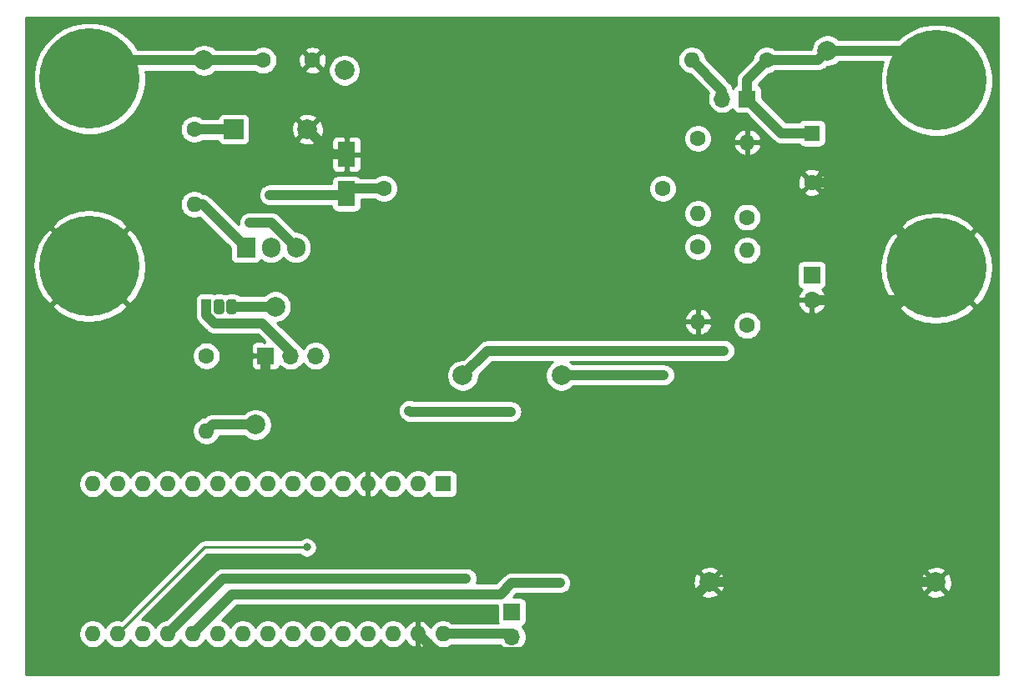
<source format=gbr>
%TF.GenerationSoftware,KiCad,Pcbnew,5.1.6+dfsg1-1*%
%TF.CreationDate,2021-03-07T16:20:00-08:00*%
%TF.ProjectId,Arduino DC-DC Converter Control Board,41726475-696e-46f2-9044-432d44432043,0.1*%
%TF.SameCoordinates,Original*%
%TF.FileFunction,Copper,L1,Top*%
%TF.FilePolarity,Positive*%
%FSLAX46Y46*%
G04 Gerber Fmt 4.6, Leading zero omitted, Abs format (unit mm)*
G04 Created by KiCad (PCBNEW 5.1.6+dfsg1-1) date 2021-03-07 16:20:00*
%MOMM*%
%LPD*%
G01*
G04 APERTURE LIST*
%TA.AperFunction,ComponentPad*%
%ADD10O,1.700000X1.700000*%
%TD*%
%TA.AperFunction,ComponentPad*%
%ADD11R,1.700000X1.700000*%
%TD*%
%TA.AperFunction,SMDPad,CuDef*%
%ADD12R,1.800000X2.500000*%
%TD*%
%TA.AperFunction,ComponentPad*%
%ADD13C,1.600000*%
%TD*%
%TA.AperFunction,ComponentPad*%
%ADD14R,1.600000X1.600000*%
%TD*%
%TA.AperFunction,ComponentPad*%
%ADD15C,10.160000*%
%TD*%
%TA.AperFunction,ComponentPad*%
%ADD16O,1.600000X1.600000*%
%TD*%
%TA.AperFunction,ComponentPad*%
%ADD17R,2.000000X2.000000*%
%TD*%
%TA.AperFunction,ComponentPad*%
%ADD18C,2.000000*%
%TD*%
%TA.AperFunction,ComponentPad*%
%ADD19R,1.050000X1.500000*%
%TD*%
%TA.AperFunction,ComponentPad*%
%ADD20O,1.905000X2.000000*%
%TD*%
%TA.AperFunction,ComponentPad*%
%ADD21R,1.905000X2.000000*%
%TD*%
%TA.AperFunction,ViaPad*%
%ADD22C,0.800000*%
%TD*%
%TA.AperFunction,Conductor*%
%ADD23C,1.000000*%
%TD*%
%TA.AperFunction,Conductor*%
%ADD24C,0.250000*%
%TD*%
%TA.AperFunction,Conductor*%
%ADD25C,0.254000*%
%TD*%
G04 APERTURE END LIST*
D10*
%TO.P,J7,2*%
%TO.N,GND*%
X120421400Y-60325000D03*
D11*
%TO.P,J7,1*%
%TO.N,Net-(BP1-Pad1)*%
X120421400Y-57785000D03*
%TD*%
D12*
%TO.P,D1,2*%
%TO.N,GND*%
X73219200Y-45533400D03*
%TO.P,D1,1*%
%TO.N,Net-(D1-Pad1)*%
X73219200Y-49533400D03*
%TD*%
D13*
%TO.P,C3,2*%
%TO.N,GND*%
X120421400Y-48383200D03*
D14*
%TO.P,C3,1*%
%TO.N,Net-(BP1-Pad1)*%
X120421400Y-43383200D03*
%TD*%
D15*
%TO.P,V_OUT1,2*%
%TO.N,Net-(BP1-Pad1)*%
X133070600Y-38023800D03*
%TO.P,V_OUT1,1*%
%TO.N,GND*%
X133070600Y-57073800D03*
%TD*%
%TO.P,V_IN1,2*%
%TO.N,Net-(C1-Pad1)*%
X47142400Y-37846000D03*
%TO.P,V_IN1,1*%
%TO.N,GND*%
X47142400Y-56896000D03*
%TD*%
D16*
%TO.P,A1,16*%
%TO.N,N/C*%
X47440000Y-94240000D03*
%TO.P,A1,15*%
X47440000Y-79000000D03*
%TO.P,A1,30*%
%TO.N,Net-(A1-Pad30)*%
X83000000Y-94240000D03*
%TO.P,A1,14*%
%TO.N,N/C*%
X49980000Y-79000000D03*
%TO.P,A1,29*%
%TO.N,GND*%
X80460000Y-94240000D03*
%TO.P,A1,13*%
%TO.N,N/C*%
X52520000Y-79000000D03*
%TO.P,A1,28*%
X77920000Y-94240000D03*
%TO.P,A1,12*%
%TO.N,Net-(A1-Pad12)*%
X55060000Y-79000000D03*
%TO.P,A1,27*%
%TO.N,N/C*%
X75380000Y-94240000D03*
%TO.P,A1,11*%
X57600000Y-79000000D03*
%TO.P,A1,26*%
X72840000Y-94240000D03*
%TO.P,A1,10*%
X60140000Y-79000000D03*
%TO.P,A1,25*%
X70300000Y-94240000D03*
%TO.P,A1,9*%
X62680000Y-79000000D03*
%TO.P,A1,24*%
X67760000Y-94240000D03*
%TO.P,A1,8*%
X65220000Y-79000000D03*
%TO.P,A1,23*%
X65220000Y-94240000D03*
%TO.P,A1,7*%
X67760000Y-79000000D03*
%TO.P,A1,22*%
X62680000Y-94240000D03*
%TO.P,A1,6*%
X70300000Y-79000000D03*
%TO.P,A1,21*%
X60140000Y-94240000D03*
%TO.P,A1,5*%
X72840000Y-79000000D03*
%TO.P,A1,20*%
%TO.N,/A1*%
X57600000Y-94240000D03*
%TO.P,A1,4*%
%TO.N,GND*%
X75380000Y-79000000D03*
%TO.P,A1,19*%
%TO.N,/A0*%
X55060000Y-94240000D03*
%TO.P,A1,3*%
%TO.N,N/C*%
X77920000Y-79000000D03*
%TO.P,A1,18*%
X52520000Y-94240000D03*
%TO.P,A1,2*%
X80460000Y-79000000D03*
%TO.P,A1,17*%
%TO.N,Net-(A1-Pad17)*%
X49980000Y-94240000D03*
D14*
%TO.P,A1,1*%
%TO.N,N/C*%
X83000000Y-79000000D03*
%TD*%
D17*
%TO.P,C1,1*%
%TO.N,Net-(C1-Pad1)*%
X61752600Y-43000000D03*
D18*
%TO.P,C1,2*%
%TO.N,GND*%
X69252600Y-43000000D03*
%TD*%
%TO.P,TP9,1*%
%TO.N,Net-(BP1-Pad1)*%
X122000000Y-35000000D03*
%TD*%
%TO.P,TP8,1*%
%TO.N,/A0*%
X85000000Y-68000000D03*
%TD*%
%TO.P,TP7,1*%
%TO.N,/A1*%
X95000000Y-68000000D03*
%TD*%
%TO.P,GND2,1*%
%TO.N,GND*%
X133000000Y-89000000D03*
%TD*%
%TO.P,TP5,1*%
%TO.N,Net-(D1-Pad1)*%
X73000000Y-37000000D03*
%TD*%
%TO.P,GND1,1*%
%TO.N,GND*%
X110000000Y-89000000D03*
%TD*%
%TO.P,TP3,1*%
%TO.N,Net-(A1-Pad12)*%
X64000000Y-73000000D03*
%TD*%
%TO.P,TP2,1*%
%TO.N,Net-(Q1-Pad1)*%
X66000000Y-61000000D03*
%TD*%
%TO.P,TP1,1*%
%TO.N,Net-(C1-Pad1)*%
X58752600Y-36000000D03*
%TD*%
D16*
%TO.P,R2,2*%
%TO.N,Net-(A1-Pad12)*%
X59000000Y-73620000D03*
D13*
%TO.P,R2,1*%
%TO.N,Net-(Q2-Pad2)*%
X59000000Y-66000000D03*
%TD*%
D10*
%TO.P,J5,3*%
%TO.N,Net-(A1-Pad17)*%
X70080000Y-66000000D03*
%TO.P,J5,2*%
%TO.N,Net-(J5-Pad2)*%
X67540000Y-66000000D03*
D11*
%TO.P,J5,1*%
%TO.N,GND*%
X65000000Y-66000000D03*
%TD*%
D13*
%TO.P,C2,1*%
%TO.N,Net-(C1-Pad1)*%
X64752600Y-36000000D03*
%TO.P,C2,2*%
%TO.N,GND*%
X69752600Y-36000000D03*
%TD*%
D16*
%TO.P,R7,2*%
%TO.N,GND*%
X113857000Y-44303800D03*
D13*
%TO.P,R7,1*%
%TO.N,/A0*%
X113857000Y-51923800D03*
%TD*%
D16*
%TO.P,R6,2*%
%TO.N,/A0*%
X113857000Y-55303800D03*
D13*
%TO.P,R6,1*%
%TO.N,Net-(BP1-Pad1)*%
X113857000Y-62923800D03*
%TD*%
D16*
%TO.P,R5,2*%
%TO.N,Net-(BP1-Pad2)*%
X108229400Y-35966400D03*
D13*
%TO.P,R5,1*%
%TO.N,Net-(BP1-Pad1)*%
X115849400Y-35966400D03*
%TD*%
D16*
%TO.P,R4,2*%
%TO.N,GND*%
X108857000Y-62543800D03*
D13*
%TO.P,R4,1*%
%TO.N,/A1*%
X108857000Y-54923800D03*
%TD*%
D16*
%TO.P,R3,2*%
%TO.N,/A1*%
X108857000Y-51543800D03*
D13*
%TO.P,R3,1*%
%TO.N,Net-(BP1-Pad2)*%
X108857000Y-43923800D03*
%TD*%
D16*
%TO.P,R1,2*%
%TO.N,Net-(Q1-Pad1)*%
X57752600Y-50620000D03*
D13*
%TO.P,R1,1*%
%TO.N,Net-(C1-Pad1)*%
X57752600Y-43000000D03*
%TD*%
D19*
%TO.P,Q2,1*%
%TO.N,Net-(J5-Pad2)*%
X59000000Y-61000000D03*
%TO.P,Q2,3*%
%TO.N,Net-(Q1-Pad1)*%
%TA.AperFunction,ComponentPad*%
G36*
G01*
X61015000Y-61487500D02*
X61015000Y-60512500D01*
G75*
G02*
X61277500Y-60250000I262500J0D01*
G01*
X61802500Y-60250000D01*
G75*
G02*
X62065000Y-60512500I0J-262500D01*
G01*
X62065000Y-61487500D01*
G75*
G02*
X61802500Y-61750000I-262500J0D01*
G01*
X61277500Y-61750000D01*
G75*
G02*
X61015000Y-61487500I0J262500D01*
G01*
G37*
%TD.AperFunction*%
%TO.P,Q2,2*%
%TO.N,Net-(Q2-Pad2)*%
%TA.AperFunction,ComponentPad*%
G36*
G01*
X59745000Y-61487500D02*
X59745000Y-60512500D01*
G75*
G02*
X60007500Y-60250000I262500J0D01*
G01*
X60532500Y-60250000D01*
G75*
G02*
X60795000Y-60512500I0J-262500D01*
G01*
X60795000Y-61487500D01*
G75*
G02*
X60532500Y-61750000I-262500J0D01*
G01*
X60007500Y-61750000D01*
G75*
G02*
X59745000Y-61487500I0J262500D01*
G01*
G37*
%TD.AperFunction*%
%TD*%
D20*
%TO.P,Q1,3*%
%TO.N,Net-(C1-Pad1)*%
X68080000Y-55000000D03*
%TO.P,Q1,2*%
%TO.N,Net-(D1-Pad1)*%
X65540000Y-55000000D03*
D21*
%TO.P,Q1,1*%
%TO.N,Net-(Q1-Pad1)*%
X63000000Y-55000000D03*
%TD*%
D13*
%TO.P,L1,2*%
%TO.N,Net-(BP1-Pad2)*%
X105300000Y-49000000D03*
%TO.P,L1,1*%
%TO.N,Net-(D1-Pad1)*%
X77000000Y-49000000D03*
%TD*%
D10*
%TO.P,BP1,2*%
%TO.N,Net-(BP1-Pad2)*%
X111317000Y-39923800D03*
D11*
%TO.P,BP1,1*%
%TO.N,Net-(BP1-Pad1)*%
X113857000Y-39923800D03*
%TD*%
D10*
%TO.P,J3,2*%
%TO.N,Net-(A1-Pad30)*%
X90000000Y-94540000D03*
D11*
%TO.P,J3,1*%
%TO.N,Net-(C1-Pad1)*%
X90000000Y-92000000D03*
%TD*%
D22*
%TO.N,GND*%
X75488800Y-68376800D03*
%TO.N,/A1*%
X94869000Y-89052400D03*
X105410000Y-67945000D03*
%TO.N,/A0*%
X85344000Y-88620600D03*
X111506000Y-65481200D03*
%TO.N,Net-(A1-Pad17)*%
X69189600Y-85445600D03*
%TO.N,Net-(D1-Pad1)*%
X65405000Y-49657000D03*
%TO.N,Net-(C1-Pad1)*%
X63373000Y-52501800D03*
X89890600Y-71678800D03*
X79578200Y-71577200D03*
%TD*%
D23*
%TO.N,Net-(A1-Pad30)*%
X89700000Y-94240000D02*
X90000000Y-94540000D01*
X83000000Y-94240000D02*
X89700000Y-94240000D01*
%TO.N,GND*%
X75112000Y-68000000D02*
X75488800Y-68376800D01*
X102909999Y-96090001D02*
X110000000Y-89000000D01*
X82310001Y-96090001D02*
X102909999Y-96090001D01*
X80460000Y-94240000D02*
X82310001Y-96090001D01*
X110000000Y-89000000D02*
X133000000Y-89000000D01*
X71786000Y-45533400D02*
X69252600Y-43000000D01*
X73219200Y-45533400D02*
X71786000Y-45533400D01*
X129819400Y-60325000D02*
X133070600Y-57073800D01*
X120421400Y-60325000D02*
X129819400Y-60325000D01*
X124380000Y-48383200D02*
X133070600Y-57073800D01*
X120421400Y-48383200D02*
X124380000Y-48383200D01*
X65000000Y-67875800D02*
X64875800Y-68000000D01*
X65000000Y-66000000D02*
X65000000Y-67875800D01*
X64875800Y-68000000D02*
X75112000Y-68000000D01*
%TO.N,Net-(A1-Pad12)*%
X59620000Y-73000000D02*
X59000000Y-73620000D01*
X64000000Y-73000000D02*
X59620000Y-73000000D01*
%TO.N,/A1*%
X61619200Y-90220800D02*
X57600000Y-94240000D01*
X88819198Y-90220800D02*
X61619200Y-90220800D01*
X89987598Y-89052400D02*
X88819198Y-90220800D01*
X94869000Y-89052400D02*
X89987598Y-89052400D01*
X95055000Y-67945000D02*
X95000000Y-68000000D01*
X105410000Y-67945000D02*
X95055000Y-67945000D01*
%TO.N,/A0*%
X55060000Y-94240000D02*
X60679400Y-88620600D01*
X60679400Y-88620600D02*
X85344000Y-88620600D01*
X87518800Y-65481200D02*
X85000000Y-68000000D01*
X111506000Y-65481200D02*
X87518800Y-65481200D01*
D24*
%TO.N,Net-(A1-Pad17)*%
X58774400Y-85445600D02*
X49980000Y-94240000D01*
X69189600Y-85445600D02*
X58774400Y-85445600D01*
D23*
%TO.N,Net-(D1-Pad1)*%
X73752600Y-49000000D02*
X73219200Y-49533400D01*
X77000000Y-49000000D02*
X73752600Y-49000000D01*
X73095600Y-49657000D02*
X73219200Y-49533400D01*
X65405000Y-49657000D02*
X73095600Y-49657000D01*
%TO.N,Net-(C1-Pad1)*%
X58752600Y-36000000D02*
X64752600Y-36000000D01*
X57752600Y-43000000D02*
X61752600Y-43000000D01*
X65581800Y-52501800D02*
X63373000Y-52501800D01*
X68080000Y-55000000D02*
X65581800Y-52501800D01*
X48988400Y-36000000D02*
X47142400Y-37846000D01*
X58752600Y-36000000D02*
X48988400Y-36000000D01*
X79679800Y-71678800D02*
X79578200Y-71577200D01*
X89890600Y-71678800D02*
X79679800Y-71678800D01*
%TO.N,Net-(Q1-Pad1)*%
X66000000Y-61000000D02*
X61540000Y-61000000D01*
X58620000Y-50620000D02*
X63000000Y-55000000D01*
X57752600Y-50620000D02*
X58620000Y-50620000D01*
%TO.N,Net-(J5-Pad2)*%
X67540000Y-65579998D02*
X67540000Y-66000000D01*
X64660003Y-62700001D02*
X67540000Y-65579998D01*
X59858805Y-62700001D02*
X64660003Y-62700001D01*
X59000000Y-61841196D02*
X59858805Y-62700001D01*
X59000000Y-61000000D02*
X59000000Y-61841196D01*
%TO.N,Net-(BP1-Pad2)*%
X111317000Y-39054000D02*
X108229400Y-35966400D01*
X111317000Y-39923800D02*
X111317000Y-39054000D01*
%TO.N,Net-(BP1-Pad1)*%
X113857000Y-37958800D02*
X115849400Y-35966400D01*
X113857000Y-39923800D02*
X113857000Y-37958800D01*
X121033600Y-35966400D02*
X122000000Y-35000000D01*
X115849400Y-35966400D02*
X121033600Y-35966400D01*
X130046800Y-35000000D02*
X133070600Y-38023800D01*
X122000000Y-35000000D02*
X130046800Y-35000000D01*
X117316400Y-43383200D02*
X113857000Y-39923800D01*
X120421400Y-43383200D02*
X117316400Y-43383200D01*
%TD*%
D25*
%TO.N,GND*%
G36*
X139340001Y-98340000D02*
G01*
X40660000Y-98340000D01*
X40660000Y-94098665D01*
X46005000Y-94098665D01*
X46005000Y-94381335D01*
X46060147Y-94658574D01*
X46168320Y-94919727D01*
X46325363Y-95154759D01*
X46525241Y-95354637D01*
X46760273Y-95511680D01*
X47021426Y-95619853D01*
X47298665Y-95675000D01*
X47581335Y-95675000D01*
X47858574Y-95619853D01*
X48119727Y-95511680D01*
X48354759Y-95354637D01*
X48554637Y-95154759D01*
X48710000Y-94922241D01*
X48865363Y-95154759D01*
X49065241Y-95354637D01*
X49300273Y-95511680D01*
X49561426Y-95619853D01*
X49838665Y-95675000D01*
X50121335Y-95675000D01*
X50398574Y-95619853D01*
X50659727Y-95511680D01*
X50894759Y-95354637D01*
X51094637Y-95154759D01*
X51250000Y-94922241D01*
X51405363Y-95154759D01*
X51605241Y-95354637D01*
X51840273Y-95511680D01*
X52101426Y-95619853D01*
X52378665Y-95675000D01*
X52661335Y-95675000D01*
X52938574Y-95619853D01*
X53199727Y-95511680D01*
X53434759Y-95354637D01*
X53634637Y-95154759D01*
X53790000Y-94922241D01*
X53945363Y-95154759D01*
X54145241Y-95354637D01*
X54380273Y-95511680D01*
X54641426Y-95619853D01*
X54918665Y-95675000D01*
X55201335Y-95675000D01*
X55478574Y-95619853D01*
X55739727Y-95511680D01*
X55974759Y-95354637D01*
X56174637Y-95154759D01*
X56330000Y-94922241D01*
X56485363Y-95154759D01*
X56685241Y-95354637D01*
X56920273Y-95511680D01*
X57181426Y-95619853D01*
X57458665Y-95675000D01*
X57741335Y-95675000D01*
X58018574Y-95619853D01*
X58279727Y-95511680D01*
X58514759Y-95354637D01*
X58714637Y-95154759D01*
X58870000Y-94922241D01*
X59025363Y-95154759D01*
X59225241Y-95354637D01*
X59460273Y-95511680D01*
X59721426Y-95619853D01*
X59998665Y-95675000D01*
X60281335Y-95675000D01*
X60558574Y-95619853D01*
X60819727Y-95511680D01*
X61054759Y-95354637D01*
X61254637Y-95154759D01*
X61410000Y-94922241D01*
X61565363Y-95154759D01*
X61765241Y-95354637D01*
X62000273Y-95511680D01*
X62261426Y-95619853D01*
X62538665Y-95675000D01*
X62821335Y-95675000D01*
X63098574Y-95619853D01*
X63359727Y-95511680D01*
X63594759Y-95354637D01*
X63794637Y-95154759D01*
X63950000Y-94922241D01*
X64105363Y-95154759D01*
X64305241Y-95354637D01*
X64540273Y-95511680D01*
X64801426Y-95619853D01*
X65078665Y-95675000D01*
X65361335Y-95675000D01*
X65638574Y-95619853D01*
X65899727Y-95511680D01*
X66134759Y-95354637D01*
X66334637Y-95154759D01*
X66490000Y-94922241D01*
X66645363Y-95154759D01*
X66845241Y-95354637D01*
X67080273Y-95511680D01*
X67341426Y-95619853D01*
X67618665Y-95675000D01*
X67901335Y-95675000D01*
X68178574Y-95619853D01*
X68439727Y-95511680D01*
X68674759Y-95354637D01*
X68874637Y-95154759D01*
X69030000Y-94922241D01*
X69185363Y-95154759D01*
X69385241Y-95354637D01*
X69620273Y-95511680D01*
X69881426Y-95619853D01*
X70158665Y-95675000D01*
X70441335Y-95675000D01*
X70718574Y-95619853D01*
X70979727Y-95511680D01*
X71214759Y-95354637D01*
X71414637Y-95154759D01*
X71570000Y-94922241D01*
X71725363Y-95154759D01*
X71925241Y-95354637D01*
X72160273Y-95511680D01*
X72421426Y-95619853D01*
X72698665Y-95675000D01*
X72981335Y-95675000D01*
X73258574Y-95619853D01*
X73519727Y-95511680D01*
X73754759Y-95354637D01*
X73954637Y-95154759D01*
X74110000Y-94922241D01*
X74265363Y-95154759D01*
X74465241Y-95354637D01*
X74700273Y-95511680D01*
X74961426Y-95619853D01*
X75238665Y-95675000D01*
X75521335Y-95675000D01*
X75798574Y-95619853D01*
X76059727Y-95511680D01*
X76294759Y-95354637D01*
X76494637Y-95154759D01*
X76650000Y-94922241D01*
X76805363Y-95154759D01*
X77005241Y-95354637D01*
X77240273Y-95511680D01*
X77501426Y-95619853D01*
X77778665Y-95675000D01*
X78061335Y-95675000D01*
X78338574Y-95619853D01*
X78599727Y-95511680D01*
X78834759Y-95354637D01*
X79034637Y-95154759D01*
X79191680Y-94919727D01*
X79196067Y-94909135D01*
X79307615Y-95095131D01*
X79496586Y-95303519D01*
X79722580Y-95471037D01*
X79976913Y-95591246D01*
X80110961Y-95631904D01*
X80333000Y-95509915D01*
X80333000Y-94367000D01*
X80313000Y-94367000D01*
X80313000Y-94113000D01*
X80333000Y-94113000D01*
X80333000Y-92970085D01*
X80110961Y-92848096D01*
X79976913Y-92888754D01*
X79722580Y-93008963D01*
X79496586Y-93176481D01*
X79307615Y-93384869D01*
X79196067Y-93570865D01*
X79191680Y-93560273D01*
X79034637Y-93325241D01*
X78834759Y-93125363D01*
X78599727Y-92968320D01*
X78338574Y-92860147D01*
X78061335Y-92805000D01*
X77778665Y-92805000D01*
X77501426Y-92860147D01*
X77240273Y-92968320D01*
X77005241Y-93125363D01*
X76805363Y-93325241D01*
X76650000Y-93557759D01*
X76494637Y-93325241D01*
X76294759Y-93125363D01*
X76059727Y-92968320D01*
X75798574Y-92860147D01*
X75521335Y-92805000D01*
X75238665Y-92805000D01*
X74961426Y-92860147D01*
X74700273Y-92968320D01*
X74465241Y-93125363D01*
X74265363Y-93325241D01*
X74110000Y-93557759D01*
X73954637Y-93325241D01*
X73754759Y-93125363D01*
X73519727Y-92968320D01*
X73258574Y-92860147D01*
X72981335Y-92805000D01*
X72698665Y-92805000D01*
X72421426Y-92860147D01*
X72160273Y-92968320D01*
X71925241Y-93125363D01*
X71725363Y-93325241D01*
X71570000Y-93557759D01*
X71414637Y-93325241D01*
X71214759Y-93125363D01*
X70979727Y-92968320D01*
X70718574Y-92860147D01*
X70441335Y-92805000D01*
X70158665Y-92805000D01*
X69881426Y-92860147D01*
X69620273Y-92968320D01*
X69385241Y-93125363D01*
X69185363Y-93325241D01*
X69030000Y-93557759D01*
X68874637Y-93325241D01*
X68674759Y-93125363D01*
X68439727Y-92968320D01*
X68178574Y-92860147D01*
X67901335Y-92805000D01*
X67618665Y-92805000D01*
X67341426Y-92860147D01*
X67080273Y-92968320D01*
X66845241Y-93125363D01*
X66645363Y-93325241D01*
X66490000Y-93557759D01*
X66334637Y-93325241D01*
X66134759Y-93125363D01*
X65899727Y-92968320D01*
X65638574Y-92860147D01*
X65361335Y-92805000D01*
X65078665Y-92805000D01*
X64801426Y-92860147D01*
X64540273Y-92968320D01*
X64305241Y-93125363D01*
X64105363Y-93325241D01*
X63950000Y-93557759D01*
X63794637Y-93325241D01*
X63594759Y-93125363D01*
X63359727Y-92968320D01*
X63098574Y-92860147D01*
X62821335Y-92805000D01*
X62538665Y-92805000D01*
X62261426Y-92860147D01*
X62000273Y-92968320D01*
X61765241Y-93125363D01*
X61565363Y-93325241D01*
X61410000Y-93557759D01*
X61254637Y-93325241D01*
X61054759Y-93125363D01*
X60819727Y-92968320D01*
X60577249Y-92867882D01*
X62089332Y-91355800D01*
X88511928Y-91355800D01*
X88511928Y-92850000D01*
X88524188Y-92974482D01*
X88560498Y-93094180D01*
X88566282Y-93105000D01*
X83884284Y-93105000D01*
X83679727Y-92968320D01*
X83418574Y-92860147D01*
X83141335Y-92805000D01*
X82858665Y-92805000D01*
X82581426Y-92860147D01*
X82320273Y-92968320D01*
X82085241Y-93125363D01*
X81885363Y-93325241D01*
X81728320Y-93560273D01*
X81723933Y-93570865D01*
X81612385Y-93384869D01*
X81423414Y-93176481D01*
X81197420Y-93008963D01*
X80943087Y-92888754D01*
X80809039Y-92848096D01*
X80587000Y-92970085D01*
X80587000Y-94113000D01*
X80607000Y-94113000D01*
X80607000Y-94367000D01*
X80587000Y-94367000D01*
X80587000Y-95509915D01*
X80809039Y-95631904D01*
X80943087Y-95591246D01*
X81197420Y-95471037D01*
X81423414Y-95303519D01*
X81612385Y-95095131D01*
X81723933Y-94909135D01*
X81728320Y-94919727D01*
X81885363Y-95154759D01*
X82085241Y-95354637D01*
X82320273Y-95511680D01*
X82581426Y-95619853D01*
X82858665Y-95675000D01*
X83141335Y-95675000D01*
X83418574Y-95619853D01*
X83679727Y-95511680D01*
X83884284Y-95375000D01*
X88771935Y-95375000D01*
X88846525Y-95486632D01*
X89053368Y-95693475D01*
X89296589Y-95855990D01*
X89566842Y-95967932D01*
X89853740Y-96025000D01*
X90146260Y-96025000D01*
X90433158Y-95967932D01*
X90703411Y-95855990D01*
X90946632Y-95693475D01*
X91153475Y-95486632D01*
X91315990Y-95243411D01*
X91427932Y-94973158D01*
X91485000Y-94686260D01*
X91485000Y-94393740D01*
X91427932Y-94106842D01*
X91315990Y-93836589D01*
X91153475Y-93593368D01*
X91021620Y-93461513D01*
X91094180Y-93439502D01*
X91204494Y-93380537D01*
X91301185Y-93301185D01*
X91380537Y-93204494D01*
X91439502Y-93094180D01*
X91475812Y-92974482D01*
X91488072Y-92850000D01*
X91488072Y-91150000D01*
X91475812Y-91025518D01*
X91439502Y-90905820D01*
X91380537Y-90795506D01*
X91301185Y-90698815D01*
X91204494Y-90619463D01*
X91094180Y-90560498D01*
X90974482Y-90524188D01*
X90850000Y-90511928D01*
X90133201Y-90511928D01*
X90457730Y-90187400D01*
X94924752Y-90187400D01*
X95091499Y-90170977D01*
X95208736Y-90135413D01*
X109044192Y-90135413D01*
X109139956Y-90399814D01*
X109429571Y-90540704D01*
X109741108Y-90622384D01*
X110062595Y-90641718D01*
X110381675Y-90597961D01*
X110686088Y-90492795D01*
X110860044Y-90399814D01*
X110955808Y-90135413D01*
X132044192Y-90135413D01*
X132139956Y-90399814D01*
X132429571Y-90540704D01*
X132741108Y-90622384D01*
X133062595Y-90641718D01*
X133381675Y-90597961D01*
X133686088Y-90492795D01*
X133860044Y-90399814D01*
X133955808Y-90135413D01*
X133000000Y-89179605D01*
X132044192Y-90135413D01*
X110955808Y-90135413D01*
X110000000Y-89179605D01*
X109044192Y-90135413D01*
X95208736Y-90135413D01*
X95305447Y-90106076D01*
X95502623Y-90000684D01*
X95675449Y-89858849D01*
X95817284Y-89686023D01*
X95922676Y-89488847D01*
X95987577Y-89274899D01*
X96008486Y-89062595D01*
X108358282Y-89062595D01*
X108402039Y-89381675D01*
X108507205Y-89686088D01*
X108600186Y-89860044D01*
X108864587Y-89955808D01*
X109820395Y-89000000D01*
X110179605Y-89000000D01*
X111135413Y-89955808D01*
X111399814Y-89860044D01*
X111540704Y-89570429D01*
X111622384Y-89258892D01*
X111634189Y-89062595D01*
X131358282Y-89062595D01*
X131402039Y-89381675D01*
X131507205Y-89686088D01*
X131600186Y-89860044D01*
X131864587Y-89955808D01*
X132820395Y-89000000D01*
X133179605Y-89000000D01*
X134135413Y-89955808D01*
X134399814Y-89860044D01*
X134540704Y-89570429D01*
X134622384Y-89258892D01*
X134641718Y-88937405D01*
X134597961Y-88618325D01*
X134492795Y-88313912D01*
X134399814Y-88139956D01*
X134135413Y-88044192D01*
X133179605Y-89000000D01*
X132820395Y-89000000D01*
X131864587Y-88044192D01*
X131600186Y-88139956D01*
X131459296Y-88429571D01*
X131377616Y-88741108D01*
X131358282Y-89062595D01*
X111634189Y-89062595D01*
X111641718Y-88937405D01*
X111597961Y-88618325D01*
X111492795Y-88313912D01*
X111399814Y-88139956D01*
X111135413Y-88044192D01*
X110179605Y-89000000D01*
X109820395Y-89000000D01*
X108864587Y-88044192D01*
X108600186Y-88139956D01*
X108459296Y-88429571D01*
X108377616Y-88741108D01*
X108358282Y-89062595D01*
X96008486Y-89062595D01*
X96009491Y-89052400D01*
X95987577Y-88829901D01*
X95922676Y-88615953D01*
X95817284Y-88418777D01*
X95675449Y-88245951D01*
X95502623Y-88104116D01*
X95305447Y-87998724D01*
X95091499Y-87933823D01*
X94924752Y-87917400D01*
X90043349Y-87917400D01*
X89987597Y-87911909D01*
X89765098Y-87933823D01*
X89715303Y-87948929D01*
X89551151Y-87998724D01*
X89353975Y-88104116D01*
X89181149Y-88245951D01*
X89145606Y-88289260D01*
X88349067Y-89085800D01*
X86382307Y-89085800D01*
X86397676Y-89057047D01*
X86462577Y-88843099D01*
X86484491Y-88620600D01*
X86462577Y-88398101D01*
X86397676Y-88184153D01*
X86292284Y-87986977D01*
X86191841Y-87864587D01*
X109044192Y-87864587D01*
X110000000Y-88820395D01*
X110955808Y-87864587D01*
X132044192Y-87864587D01*
X133000000Y-88820395D01*
X133955808Y-87864587D01*
X133860044Y-87600186D01*
X133570429Y-87459296D01*
X133258892Y-87377616D01*
X132937405Y-87358282D01*
X132618325Y-87402039D01*
X132313912Y-87507205D01*
X132139956Y-87600186D01*
X132044192Y-87864587D01*
X110955808Y-87864587D01*
X110860044Y-87600186D01*
X110570429Y-87459296D01*
X110258892Y-87377616D01*
X109937405Y-87358282D01*
X109618325Y-87402039D01*
X109313912Y-87507205D01*
X109139956Y-87600186D01*
X109044192Y-87864587D01*
X86191841Y-87864587D01*
X86150449Y-87814151D01*
X85977623Y-87672316D01*
X85780447Y-87566924D01*
X85566499Y-87502023D01*
X85399752Y-87485600D01*
X60735152Y-87485600D01*
X60679400Y-87480109D01*
X60456901Y-87502023D01*
X60242953Y-87566924D01*
X60045777Y-87672316D01*
X59916256Y-87778611D01*
X59916254Y-87778613D01*
X59872951Y-87814151D01*
X59837413Y-87857454D01*
X54882718Y-92812150D01*
X54641426Y-92860147D01*
X54380273Y-92968320D01*
X54145241Y-93125363D01*
X53945363Y-93325241D01*
X53790000Y-93557759D01*
X53634637Y-93325241D01*
X53434759Y-93125363D01*
X53199727Y-92968320D01*
X52938574Y-92860147D01*
X52661335Y-92805000D01*
X52489801Y-92805000D01*
X59089202Y-86205600D01*
X68485889Y-86205600D01*
X68529826Y-86249537D01*
X68699344Y-86362805D01*
X68887702Y-86440826D01*
X69087661Y-86480600D01*
X69291539Y-86480600D01*
X69491498Y-86440826D01*
X69679856Y-86362805D01*
X69849374Y-86249537D01*
X69993537Y-86105374D01*
X70106805Y-85935856D01*
X70184826Y-85747498D01*
X70224600Y-85547539D01*
X70224600Y-85343661D01*
X70184826Y-85143702D01*
X70106805Y-84955344D01*
X69993537Y-84785826D01*
X69849374Y-84641663D01*
X69679856Y-84528395D01*
X69491498Y-84450374D01*
X69291539Y-84410600D01*
X69087661Y-84410600D01*
X68887702Y-84450374D01*
X68699344Y-84528395D01*
X68529826Y-84641663D01*
X68485889Y-84685600D01*
X58811725Y-84685600D01*
X58774400Y-84681924D01*
X58737075Y-84685600D01*
X58737067Y-84685600D01*
X58625414Y-84696597D01*
X58482153Y-84740054D01*
X58350124Y-84810626D01*
X58234399Y-84905599D01*
X58210601Y-84934597D01*
X50303887Y-92841312D01*
X50121335Y-92805000D01*
X49838665Y-92805000D01*
X49561426Y-92860147D01*
X49300273Y-92968320D01*
X49065241Y-93125363D01*
X48865363Y-93325241D01*
X48710000Y-93557759D01*
X48554637Y-93325241D01*
X48354759Y-93125363D01*
X48119727Y-92968320D01*
X47858574Y-92860147D01*
X47581335Y-92805000D01*
X47298665Y-92805000D01*
X47021426Y-92860147D01*
X46760273Y-92968320D01*
X46525241Y-93125363D01*
X46325363Y-93325241D01*
X46168320Y-93560273D01*
X46060147Y-93821426D01*
X46005000Y-94098665D01*
X40660000Y-94098665D01*
X40660000Y-78858665D01*
X46005000Y-78858665D01*
X46005000Y-79141335D01*
X46060147Y-79418574D01*
X46168320Y-79679727D01*
X46325363Y-79914759D01*
X46525241Y-80114637D01*
X46760273Y-80271680D01*
X47021426Y-80379853D01*
X47298665Y-80435000D01*
X47581335Y-80435000D01*
X47858574Y-80379853D01*
X48119727Y-80271680D01*
X48354759Y-80114637D01*
X48554637Y-79914759D01*
X48710000Y-79682241D01*
X48865363Y-79914759D01*
X49065241Y-80114637D01*
X49300273Y-80271680D01*
X49561426Y-80379853D01*
X49838665Y-80435000D01*
X50121335Y-80435000D01*
X50398574Y-80379853D01*
X50659727Y-80271680D01*
X50894759Y-80114637D01*
X51094637Y-79914759D01*
X51250000Y-79682241D01*
X51405363Y-79914759D01*
X51605241Y-80114637D01*
X51840273Y-80271680D01*
X52101426Y-80379853D01*
X52378665Y-80435000D01*
X52661335Y-80435000D01*
X52938574Y-80379853D01*
X53199727Y-80271680D01*
X53434759Y-80114637D01*
X53634637Y-79914759D01*
X53790000Y-79682241D01*
X53945363Y-79914759D01*
X54145241Y-80114637D01*
X54380273Y-80271680D01*
X54641426Y-80379853D01*
X54918665Y-80435000D01*
X55201335Y-80435000D01*
X55478574Y-80379853D01*
X55739727Y-80271680D01*
X55974759Y-80114637D01*
X56174637Y-79914759D01*
X56330000Y-79682241D01*
X56485363Y-79914759D01*
X56685241Y-80114637D01*
X56920273Y-80271680D01*
X57181426Y-80379853D01*
X57458665Y-80435000D01*
X57741335Y-80435000D01*
X58018574Y-80379853D01*
X58279727Y-80271680D01*
X58514759Y-80114637D01*
X58714637Y-79914759D01*
X58870000Y-79682241D01*
X59025363Y-79914759D01*
X59225241Y-80114637D01*
X59460273Y-80271680D01*
X59721426Y-80379853D01*
X59998665Y-80435000D01*
X60281335Y-80435000D01*
X60558574Y-80379853D01*
X60819727Y-80271680D01*
X61054759Y-80114637D01*
X61254637Y-79914759D01*
X61410000Y-79682241D01*
X61565363Y-79914759D01*
X61765241Y-80114637D01*
X62000273Y-80271680D01*
X62261426Y-80379853D01*
X62538665Y-80435000D01*
X62821335Y-80435000D01*
X63098574Y-80379853D01*
X63359727Y-80271680D01*
X63594759Y-80114637D01*
X63794637Y-79914759D01*
X63950000Y-79682241D01*
X64105363Y-79914759D01*
X64305241Y-80114637D01*
X64540273Y-80271680D01*
X64801426Y-80379853D01*
X65078665Y-80435000D01*
X65361335Y-80435000D01*
X65638574Y-80379853D01*
X65899727Y-80271680D01*
X66134759Y-80114637D01*
X66334637Y-79914759D01*
X66490000Y-79682241D01*
X66645363Y-79914759D01*
X66845241Y-80114637D01*
X67080273Y-80271680D01*
X67341426Y-80379853D01*
X67618665Y-80435000D01*
X67901335Y-80435000D01*
X68178574Y-80379853D01*
X68439727Y-80271680D01*
X68674759Y-80114637D01*
X68874637Y-79914759D01*
X69030000Y-79682241D01*
X69185363Y-79914759D01*
X69385241Y-80114637D01*
X69620273Y-80271680D01*
X69881426Y-80379853D01*
X70158665Y-80435000D01*
X70441335Y-80435000D01*
X70718574Y-80379853D01*
X70979727Y-80271680D01*
X71214759Y-80114637D01*
X71414637Y-79914759D01*
X71570000Y-79682241D01*
X71725363Y-79914759D01*
X71925241Y-80114637D01*
X72160273Y-80271680D01*
X72421426Y-80379853D01*
X72698665Y-80435000D01*
X72981335Y-80435000D01*
X73258574Y-80379853D01*
X73519727Y-80271680D01*
X73754759Y-80114637D01*
X73954637Y-79914759D01*
X74111680Y-79679727D01*
X74116067Y-79669135D01*
X74227615Y-79855131D01*
X74416586Y-80063519D01*
X74642580Y-80231037D01*
X74896913Y-80351246D01*
X75030961Y-80391904D01*
X75253000Y-80269915D01*
X75253000Y-79127000D01*
X75233000Y-79127000D01*
X75233000Y-78873000D01*
X75253000Y-78873000D01*
X75253000Y-77730085D01*
X75507000Y-77730085D01*
X75507000Y-78873000D01*
X75527000Y-78873000D01*
X75527000Y-79127000D01*
X75507000Y-79127000D01*
X75507000Y-80269915D01*
X75729039Y-80391904D01*
X75863087Y-80351246D01*
X76117420Y-80231037D01*
X76343414Y-80063519D01*
X76532385Y-79855131D01*
X76643933Y-79669135D01*
X76648320Y-79679727D01*
X76805363Y-79914759D01*
X77005241Y-80114637D01*
X77240273Y-80271680D01*
X77501426Y-80379853D01*
X77778665Y-80435000D01*
X78061335Y-80435000D01*
X78338574Y-80379853D01*
X78599727Y-80271680D01*
X78834759Y-80114637D01*
X79034637Y-79914759D01*
X79190000Y-79682241D01*
X79345363Y-79914759D01*
X79545241Y-80114637D01*
X79780273Y-80271680D01*
X80041426Y-80379853D01*
X80318665Y-80435000D01*
X80601335Y-80435000D01*
X80878574Y-80379853D01*
X81139727Y-80271680D01*
X81374759Y-80114637D01*
X81573357Y-79916039D01*
X81574188Y-79924482D01*
X81610498Y-80044180D01*
X81669463Y-80154494D01*
X81748815Y-80251185D01*
X81845506Y-80330537D01*
X81955820Y-80389502D01*
X82075518Y-80425812D01*
X82200000Y-80438072D01*
X83800000Y-80438072D01*
X83924482Y-80425812D01*
X84044180Y-80389502D01*
X84154494Y-80330537D01*
X84251185Y-80251185D01*
X84330537Y-80154494D01*
X84389502Y-80044180D01*
X84425812Y-79924482D01*
X84438072Y-79800000D01*
X84438072Y-78200000D01*
X84425812Y-78075518D01*
X84389502Y-77955820D01*
X84330537Y-77845506D01*
X84251185Y-77748815D01*
X84154494Y-77669463D01*
X84044180Y-77610498D01*
X83924482Y-77574188D01*
X83800000Y-77561928D01*
X82200000Y-77561928D01*
X82075518Y-77574188D01*
X81955820Y-77610498D01*
X81845506Y-77669463D01*
X81748815Y-77748815D01*
X81669463Y-77845506D01*
X81610498Y-77955820D01*
X81574188Y-78075518D01*
X81573357Y-78083961D01*
X81374759Y-77885363D01*
X81139727Y-77728320D01*
X80878574Y-77620147D01*
X80601335Y-77565000D01*
X80318665Y-77565000D01*
X80041426Y-77620147D01*
X79780273Y-77728320D01*
X79545241Y-77885363D01*
X79345363Y-78085241D01*
X79190000Y-78317759D01*
X79034637Y-78085241D01*
X78834759Y-77885363D01*
X78599727Y-77728320D01*
X78338574Y-77620147D01*
X78061335Y-77565000D01*
X77778665Y-77565000D01*
X77501426Y-77620147D01*
X77240273Y-77728320D01*
X77005241Y-77885363D01*
X76805363Y-78085241D01*
X76648320Y-78320273D01*
X76643933Y-78330865D01*
X76532385Y-78144869D01*
X76343414Y-77936481D01*
X76117420Y-77768963D01*
X75863087Y-77648754D01*
X75729039Y-77608096D01*
X75507000Y-77730085D01*
X75253000Y-77730085D01*
X75030961Y-77608096D01*
X74896913Y-77648754D01*
X74642580Y-77768963D01*
X74416586Y-77936481D01*
X74227615Y-78144869D01*
X74116067Y-78330865D01*
X74111680Y-78320273D01*
X73954637Y-78085241D01*
X73754759Y-77885363D01*
X73519727Y-77728320D01*
X73258574Y-77620147D01*
X72981335Y-77565000D01*
X72698665Y-77565000D01*
X72421426Y-77620147D01*
X72160273Y-77728320D01*
X71925241Y-77885363D01*
X71725363Y-78085241D01*
X71570000Y-78317759D01*
X71414637Y-78085241D01*
X71214759Y-77885363D01*
X70979727Y-77728320D01*
X70718574Y-77620147D01*
X70441335Y-77565000D01*
X70158665Y-77565000D01*
X69881426Y-77620147D01*
X69620273Y-77728320D01*
X69385241Y-77885363D01*
X69185363Y-78085241D01*
X69030000Y-78317759D01*
X68874637Y-78085241D01*
X68674759Y-77885363D01*
X68439727Y-77728320D01*
X68178574Y-77620147D01*
X67901335Y-77565000D01*
X67618665Y-77565000D01*
X67341426Y-77620147D01*
X67080273Y-77728320D01*
X66845241Y-77885363D01*
X66645363Y-78085241D01*
X66490000Y-78317759D01*
X66334637Y-78085241D01*
X66134759Y-77885363D01*
X65899727Y-77728320D01*
X65638574Y-77620147D01*
X65361335Y-77565000D01*
X65078665Y-77565000D01*
X64801426Y-77620147D01*
X64540273Y-77728320D01*
X64305241Y-77885363D01*
X64105363Y-78085241D01*
X63950000Y-78317759D01*
X63794637Y-78085241D01*
X63594759Y-77885363D01*
X63359727Y-77728320D01*
X63098574Y-77620147D01*
X62821335Y-77565000D01*
X62538665Y-77565000D01*
X62261426Y-77620147D01*
X62000273Y-77728320D01*
X61765241Y-77885363D01*
X61565363Y-78085241D01*
X61410000Y-78317759D01*
X61254637Y-78085241D01*
X61054759Y-77885363D01*
X60819727Y-77728320D01*
X60558574Y-77620147D01*
X60281335Y-77565000D01*
X59998665Y-77565000D01*
X59721426Y-77620147D01*
X59460273Y-77728320D01*
X59225241Y-77885363D01*
X59025363Y-78085241D01*
X58870000Y-78317759D01*
X58714637Y-78085241D01*
X58514759Y-77885363D01*
X58279727Y-77728320D01*
X58018574Y-77620147D01*
X57741335Y-77565000D01*
X57458665Y-77565000D01*
X57181426Y-77620147D01*
X56920273Y-77728320D01*
X56685241Y-77885363D01*
X56485363Y-78085241D01*
X56330000Y-78317759D01*
X56174637Y-78085241D01*
X55974759Y-77885363D01*
X55739727Y-77728320D01*
X55478574Y-77620147D01*
X55201335Y-77565000D01*
X54918665Y-77565000D01*
X54641426Y-77620147D01*
X54380273Y-77728320D01*
X54145241Y-77885363D01*
X53945363Y-78085241D01*
X53790000Y-78317759D01*
X53634637Y-78085241D01*
X53434759Y-77885363D01*
X53199727Y-77728320D01*
X52938574Y-77620147D01*
X52661335Y-77565000D01*
X52378665Y-77565000D01*
X52101426Y-77620147D01*
X51840273Y-77728320D01*
X51605241Y-77885363D01*
X51405363Y-78085241D01*
X51250000Y-78317759D01*
X51094637Y-78085241D01*
X50894759Y-77885363D01*
X50659727Y-77728320D01*
X50398574Y-77620147D01*
X50121335Y-77565000D01*
X49838665Y-77565000D01*
X49561426Y-77620147D01*
X49300273Y-77728320D01*
X49065241Y-77885363D01*
X48865363Y-78085241D01*
X48710000Y-78317759D01*
X48554637Y-78085241D01*
X48354759Y-77885363D01*
X48119727Y-77728320D01*
X47858574Y-77620147D01*
X47581335Y-77565000D01*
X47298665Y-77565000D01*
X47021426Y-77620147D01*
X46760273Y-77728320D01*
X46525241Y-77885363D01*
X46325363Y-78085241D01*
X46168320Y-78320273D01*
X46060147Y-78581426D01*
X46005000Y-78858665D01*
X40660000Y-78858665D01*
X40660000Y-73478665D01*
X57565000Y-73478665D01*
X57565000Y-73761335D01*
X57620147Y-74038574D01*
X57728320Y-74299727D01*
X57885363Y-74534759D01*
X58085241Y-74734637D01*
X58320273Y-74891680D01*
X58581426Y-74999853D01*
X58858665Y-75055000D01*
X59141335Y-75055000D01*
X59418574Y-74999853D01*
X59679727Y-74891680D01*
X59914759Y-74734637D01*
X60114637Y-74534759D01*
X60271680Y-74299727D01*
X60339912Y-74135000D01*
X62822761Y-74135000D01*
X62957748Y-74269987D01*
X63225537Y-74448918D01*
X63523088Y-74572168D01*
X63838967Y-74635000D01*
X64161033Y-74635000D01*
X64476912Y-74572168D01*
X64774463Y-74448918D01*
X65042252Y-74269987D01*
X65269987Y-74042252D01*
X65448918Y-73774463D01*
X65572168Y-73476912D01*
X65635000Y-73161033D01*
X65635000Y-72838967D01*
X65572168Y-72523088D01*
X65448918Y-72225537D01*
X65269987Y-71957748D01*
X65042252Y-71730013D01*
X64813552Y-71577200D01*
X78437709Y-71577200D01*
X78459623Y-71799698D01*
X78524524Y-72013646D01*
X78629917Y-72210822D01*
X78736212Y-72340343D01*
X78837804Y-72441935D01*
X78873351Y-72485249D01*
X79046177Y-72627084D01*
X79243353Y-72732476D01*
X79457301Y-72797377D01*
X79624048Y-72813800D01*
X79679799Y-72819291D01*
X79735551Y-72813800D01*
X89946352Y-72813800D01*
X90113099Y-72797377D01*
X90327047Y-72732476D01*
X90524223Y-72627084D01*
X90697049Y-72485249D01*
X90838884Y-72312423D01*
X90944276Y-72115247D01*
X91009177Y-71901299D01*
X91031091Y-71678800D01*
X91009177Y-71456301D01*
X90944276Y-71242353D01*
X90838884Y-71045177D01*
X90697049Y-70872351D01*
X90524223Y-70730516D01*
X90327047Y-70625124D01*
X90113099Y-70560223D01*
X89946352Y-70543800D01*
X80052580Y-70543800D01*
X80014646Y-70523524D01*
X79800698Y-70458623D01*
X79578200Y-70436709D01*
X79355702Y-70458623D01*
X79141754Y-70523524D01*
X78944578Y-70628917D01*
X78771752Y-70770752D01*
X78629917Y-70943578D01*
X78524524Y-71140754D01*
X78459623Y-71354702D01*
X78437709Y-71577200D01*
X64813552Y-71577200D01*
X64774463Y-71551082D01*
X64476912Y-71427832D01*
X64161033Y-71365000D01*
X63838967Y-71365000D01*
X63523088Y-71427832D01*
X63225537Y-71551082D01*
X62957748Y-71730013D01*
X62822761Y-71865000D01*
X59675741Y-71865000D01*
X59619999Y-71859510D01*
X59564257Y-71865000D01*
X59564248Y-71865000D01*
X59397501Y-71881423D01*
X59183553Y-71946324D01*
X58986377Y-72051716D01*
X58813551Y-72193551D01*
X58813136Y-72194056D01*
X58581426Y-72240147D01*
X58320273Y-72348320D01*
X58085241Y-72505363D01*
X57885363Y-72705241D01*
X57728320Y-72940273D01*
X57620147Y-73201426D01*
X57565000Y-73478665D01*
X40660000Y-73478665D01*
X40660000Y-67838967D01*
X83365000Y-67838967D01*
X83365000Y-68161033D01*
X83427832Y-68476912D01*
X83551082Y-68774463D01*
X83730013Y-69042252D01*
X83957748Y-69269987D01*
X84225537Y-69448918D01*
X84523088Y-69572168D01*
X84838967Y-69635000D01*
X85161033Y-69635000D01*
X85476912Y-69572168D01*
X85774463Y-69448918D01*
X86042252Y-69269987D01*
X86269987Y-69042252D01*
X86448918Y-68774463D01*
X86572168Y-68476912D01*
X86635000Y-68161033D01*
X86635000Y-67970131D01*
X87988932Y-66616200D01*
X94128081Y-66616200D01*
X93957748Y-66730013D01*
X93730013Y-66957748D01*
X93551082Y-67225537D01*
X93427832Y-67523088D01*
X93365000Y-67838967D01*
X93365000Y-68161033D01*
X93427832Y-68476912D01*
X93551082Y-68774463D01*
X93730013Y-69042252D01*
X93957748Y-69269987D01*
X94225537Y-69448918D01*
X94523088Y-69572168D01*
X94838967Y-69635000D01*
X95161033Y-69635000D01*
X95476912Y-69572168D01*
X95774463Y-69448918D01*
X96042252Y-69269987D01*
X96232239Y-69080000D01*
X105465752Y-69080000D01*
X105632499Y-69063577D01*
X105846447Y-68998676D01*
X106043623Y-68893284D01*
X106216449Y-68751449D01*
X106358284Y-68578623D01*
X106463676Y-68381447D01*
X106528577Y-68167499D01*
X106550491Y-67945000D01*
X106528577Y-67722501D01*
X106463676Y-67508553D01*
X106358284Y-67311377D01*
X106216449Y-67138551D01*
X106043623Y-66996716D01*
X105846447Y-66891324D01*
X105632499Y-66826423D01*
X105465752Y-66810000D01*
X96122239Y-66810000D01*
X96042252Y-66730013D01*
X95871919Y-66616200D01*
X111561752Y-66616200D01*
X111728499Y-66599777D01*
X111942447Y-66534876D01*
X112139623Y-66429484D01*
X112312449Y-66287649D01*
X112454284Y-66114823D01*
X112559676Y-65917647D01*
X112624577Y-65703699D01*
X112646491Y-65481200D01*
X112624577Y-65258701D01*
X112559676Y-65044753D01*
X112454284Y-64847577D01*
X112312449Y-64674751D01*
X112139623Y-64532916D01*
X111942447Y-64427524D01*
X111728499Y-64362623D01*
X111561752Y-64346200D01*
X87574551Y-64346200D01*
X87518799Y-64340709D01*
X87296300Y-64362623D01*
X87246505Y-64377729D01*
X87082353Y-64427524D01*
X86885177Y-64532916D01*
X86712351Y-64674751D01*
X86676809Y-64718059D01*
X85029869Y-66365000D01*
X84838967Y-66365000D01*
X84523088Y-66427832D01*
X84225537Y-66551082D01*
X83957748Y-66730013D01*
X83730013Y-66957748D01*
X83551082Y-67225537D01*
X83427832Y-67523088D01*
X83365000Y-67838967D01*
X40660000Y-67838967D01*
X40660000Y-65858665D01*
X57565000Y-65858665D01*
X57565000Y-66141335D01*
X57620147Y-66418574D01*
X57728320Y-66679727D01*
X57885363Y-66914759D01*
X58085241Y-67114637D01*
X58320273Y-67271680D01*
X58581426Y-67379853D01*
X58858665Y-67435000D01*
X59141335Y-67435000D01*
X59418574Y-67379853D01*
X59679727Y-67271680D01*
X59914759Y-67114637D01*
X60114637Y-66914759D01*
X60157907Y-66850000D01*
X63511928Y-66850000D01*
X63524188Y-66974482D01*
X63560498Y-67094180D01*
X63619463Y-67204494D01*
X63698815Y-67301185D01*
X63795506Y-67380537D01*
X63905820Y-67439502D01*
X64025518Y-67475812D01*
X64150000Y-67488072D01*
X64714250Y-67485000D01*
X64873000Y-67326250D01*
X64873000Y-66127000D01*
X63673750Y-66127000D01*
X63515000Y-66285750D01*
X63511928Y-66850000D01*
X60157907Y-66850000D01*
X60271680Y-66679727D01*
X60379853Y-66418574D01*
X60435000Y-66141335D01*
X60435000Y-65858665D01*
X60379853Y-65581426D01*
X60271680Y-65320273D01*
X60114637Y-65085241D01*
X59914759Y-64885363D01*
X59679727Y-64728320D01*
X59418574Y-64620147D01*
X59141335Y-64565000D01*
X58858665Y-64565000D01*
X58581426Y-64620147D01*
X58320273Y-64728320D01*
X58085241Y-64885363D01*
X57885363Y-65085241D01*
X57728320Y-65320273D01*
X57620147Y-65581426D01*
X57565000Y-65858665D01*
X40660000Y-65858665D01*
X40660000Y-60933196D01*
X43284809Y-60933196D01*
X43870524Y-61615416D01*
X44854104Y-62163045D01*
X45925623Y-62508265D01*
X47043901Y-62637808D01*
X48165965Y-62546697D01*
X49248694Y-62238433D01*
X50250479Y-61724863D01*
X50414276Y-61615416D01*
X50999991Y-60933196D01*
X47142400Y-57075605D01*
X43284809Y-60933196D01*
X40660000Y-60933196D01*
X40660000Y-56797501D01*
X41400592Y-56797501D01*
X41491703Y-57919565D01*
X41799967Y-59002294D01*
X42313537Y-60004079D01*
X42422984Y-60167876D01*
X43105204Y-60753591D01*
X46962795Y-56896000D01*
X47322005Y-56896000D01*
X51179596Y-60753591D01*
X51766160Y-60250000D01*
X57836928Y-60250000D01*
X57836928Y-61750000D01*
X57849188Y-61874482D01*
X57869326Y-61940867D01*
X57881423Y-62063695D01*
X57946324Y-62277643D01*
X58051717Y-62474819D01*
X58193552Y-62647645D01*
X58236859Y-62683187D01*
X59016818Y-63463146D01*
X59052356Y-63506450D01*
X59095659Y-63541988D01*
X59095661Y-63541990D01*
X59225182Y-63648285D01*
X59422358Y-63753677D01*
X59636306Y-63818578D01*
X59858805Y-63840492D01*
X59914557Y-63835001D01*
X64189872Y-63835001D01*
X64872998Y-64518127D01*
X64872998Y-64673748D01*
X64714250Y-64515000D01*
X64150000Y-64511928D01*
X64025518Y-64524188D01*
X63905820Y-64560498D01*
X63795506Y-64619463D01*
X63698815Y-64698815D01*
X63619463Y-64795506D01*
X63560498Y-64905820D01*
X63524188Y-65025518D01*
X63511928Y-65150000D01*
X63515000Y-65714250D01*
X63673750Y-65873000D01*
X64873000Y-65873000D01*
X64873000Y-65853000D01*
X65127000Y-65853000D01*
X65127000Y-65873000D01*
X65147000Y-65873000D01*
X65147000Y-66127000D01*
X65127000Y-66127000D01*
X65127000Y-67326250D01*
X65285750Y-67485000D01*
X65850000Y-67488072D01*
X65974482Y-67475812D01*
X66094180Y-67439502D01*
X66204494Y-67380537D01*
X66301185Y-67301185D01*
X66380537Y-67204494D01*
X66439502Y-67094180D01*
X66461513Y-67021620D01*
X66593368Y-67153475D01*
X66836589Y-67315990D01*
X67106842Y-67427932D01*
X67393740Y-67485000D01*
X67686260Y-67485000D01*
X67973158Y-67427932D01*
X68243411Y-67315990D01*
X68486632Y-67153475D01*
X68693475Y-66946632D01*
X68810000Y-66772240D01*
X68926525Y-66946632D01*
X69133368Y-67153475D01*
X69376589Y-67315990D01*
X69646842Y-67427932D01*
X69933740Y-67485000D01*
X70226260Y-67485000D01*
X70513158Y-67427932D01*
X70783411Y-67315990D01*
X71026632Y-67153475D01*
X71233475Y-66946632D01*
X71395990Y-66703411D01*
X71507932Y-66433158D01*
X71565000Y-66146260D01*
X71565000Y-65853740D01*
X71507932Y-65566842D01*
X71395990Y-65296589D01*
X71233475Y-65053368D01*
X71026632Y-64846525D01*
X70783411Y-64684010D01*
X70513158Y-64572068D01*
X70226260Y-64515000D01*
X69933740Y-64515000D01*
X69646842Y-64572068D01*
X69376589Y-64684010D01*
X69133368Y-64846525D01*
X68926525Y-65053368D01*
X68810000Y-65227760D01*
X68693475Y-65053368D01*
X68486632Y-64846525D01*
X68260688Y-64695554D01*
X66457974Y-62892840D01*
X107465091Y-62892840D01*
X107559930Y-63157681D01*
X107704615Y-63398931D01*
X107893586Y-63607319D01*
X108119580Y-63774837D01*
X108373913Y-63895046D01*
X108507961Y-63935704D01*
X108730000Y-63813715D01*
X108730000Y-62670800D01*
X108984000Y-62670800D01*
X108984000Y-63813715D01*
X109206039Y-63935704D01*
X109340087Y-63895046D01*
X109594420Y-63774837D01*
X109820414Y-63607319D01*
X110009385Y-63398931D01*
X110154070Y-63157681D01*
X110248909Y-62892840D01*
X110188619Y-62782465D01*
X112422000Y-62782465D01*
X112422000Y-63065135D01*
X112477147Y-63342374D01*
X112585320Y-63603527D01*
X112742363Y-63838559D01*
X112942241Y-64038437D01*
X113177273Y-64195480D01*
X113438426Y-64303653D01*
X113715665Y-64358800D01*
X113998335Y-64358800D01*
X114275574Y-64303653D01*
X114536727Y-64195480D01*
X114771759Y-64038437D01*
X114971637Y-63838559D01*
X115128680Y-63603527D01*
X115236853Y-63342374D01*
X115292000Y-63065135D01*
X115292000Y-62782465D01*
X115236853Y-62505226D01*
X115128680Y-62244073D01*
X114971637Y-62009041D01*
X114771759Y-61809163D01*
X114536727Y-61652120D01*
X114275574Y-61543947D01*
X113998335Y-61488800D01*
X113715665Y-61488800D01*
X113438426Y-61543947D01*
X113177273Y-61652120D01*
X112942241Y-61809163D01*
X112742363Y-62009041D01*
X112585320Y-62244073D01*
X112477147Y-62505226D01*
X112422000Y-62782465D01*
X110188619Y-62782465D01*
X110127624Y-62670800D01*
X108984000Y-62670800D01*
X108730000Y-62670800D01*
X107586376Y-62670800D01*
X107465091Y-62892840D01*
X66457974Y-62892840D01*
X66193646Y-62628513D01*
X66476912Y-62572168D01*
X66774463Y-62448918D01*
X67042252Y-62269987D01*
X67117479Y-62194760D01*
X107465091Y-62194760D01*
X107586376Y-62416800D01*
X108730000Y-62416800D01*
X108730000Y-61273885D01*
X108984000Y-61273885D01*
X108984000Y-62416800D01*
X110127624Y-62416800D01*
X110248909Y-62194760D01*
X110154070Y-61929919D01*
X110009385Y-61688669D01*
X109820414Y-61480281D01*
X109594420Y-61312763D01*
X109340087Y-61192554D01*
X109206039Y-61151896D01*
X108984000Y-61273885D01*
X108730000Y-61273885D01*
X108507961Y-61151896D01*
X108373913Y-61192554D01*
X108119580Y-61312763D01*
X107893586Y-61480281D01*
X107704615Y-61688669D01*
X107559930Y-61929919D01*
X107465091Y-62194760D01*
X67117479Y-62194760D01*
X67269987Y-62042252D01*
X67448918Y-61774463D01*
X67572168Y-61476912D01*
X67635000Y-61161033D01*
X67635000Y-60838967D01*
X67603756Y-60681890D01*
X118979924Y-60681890D01*
X119024575Y-60829099D01*
X119149759Y-61091920D01*
X119323812Y-61325269D01*
X119540045Y-61520178D01*
X119790148Y-61669157D01*
X120064509Y-61766481D01*
X120294400Y-61645814D01*
X120294400Y-60452000D01*
X120548400Y-60452000D01*
X120548400Y-61645814D01*
X120778291Y-61766481D01*
X121052652Y-61669157D01*
X121302755Y-61520178D01*
X121518988Y-61325269D01*
X121678812Y-61110996D01*
X129213009Y-61110996D01*
X129798724Y-61793216D01*
X130782304Y-62340845D01*
X131853823Y-62686065D01*
X132972101Y-62815608D01*
X134094165Y-62724497D01*
X135176894Y-62416233D01*
X136178679Y-61902663D01*
X136342476Y-61793216D01*
X136928191Y-61110996D01*
X133070600Y-57253405D01*
X129213009Y-61110996D01*
X121678812Y-61110996D01*
X121693041Y-61091920D01*
X121818225Y-60829099D01*
X121862876Y-60681890D01*
X121741555Y-60452000D01*
X120548400Y-60452000D01*
X120294400Y-60452000D01*
X119101245Y-60452000D01*
X118979924Y-60681890D01*
X67603756Y-60681890D01*
X67572168Y-60523088D01*
X67448918Y-60225537D01*
X67269987Y-59957748D01*
X67042252Y-59730013D01*
X66774463Y-59551082D01*
X66476912Y-59427832D01*
X66161033Y-59365000D01*
X65838967Y-59365000D01*
X65523088Y-59427832D01*
X65225537Y-59551082D01*
X64957748Y-59730013D01*
X64822761Y-59865000D01*
X62426264Y-59865000D01*
X62302831Y-59763702D01*
X62147134Y-59680480D01*
X61978193Y-59629232D01*
X61802500Y-59611928D01*
X61277500Y-59611928D01*
X61101807Y-59629232D01*
X60932866Y-59680480D01*
X60905000Y-59695375D01*
X60877134Y-59680480D01*
X60708193Y-59629232D01*
X60532500Y-59611928D01*
X60007500Y-59611928D01*
X59831807Y-59629232D01*
X59748959Y-59654364D01*
X59649482Y-59624188D01*
X59525000Y-59611928D01*
X58475000Y-59611928D01*
X58350518Y-59624188D01*
X58230820Y-59660498D01*
X58120506Y-59719463D01*
X58023815Y-59798815D01*
X57944463Y-59895506D01*
X57885498Y-60005820D01*
X57849188Y-60125518D01*
X57836928Y-60250000D01*
X51766160Y-60250000D01*
X51861816Y-60167876D01*
X52409445Y-59184296D01*
X52754665Y-58112777D01*
X52884208Y-56994499D01*
X52879377Y-56935000D01*
X118933328Y-56935000D01*
X118933328Y-58635000D01*
X118945588Y-58759482D01*
X118981898Y-58879180D01*
X119040863Y-58989494D01*
X119120215Y-59086185D01*
X119216906Y-59165537D01*
X119327220Y-59224502D01*
X119407866Y-59248966D01*
X119323812Y-59324731D01*
X119149759Y-59558080D01*
X119024575Y-59820901D01*
X118979924Y-59968110D01*
X119101245Y-60198000D01*
X120294400Y-60198000D01*
X120294400Y-60178000D01*
X120548400Y-60178000D01*
X120548400Y-60198000D01*
X121741555Y-60198000D01*
X121862876Y-59968110D01*
X121818225Y-59820901D01*
X121693041Y-59558080D01*
X121518988Y-59324731D01*
X121434934Y-59248966D01*
X121515580Y-59224502D01*
X121625894Y-59165537D01*
X121722585Y-59086185D01*
X121801937Y-58989494D01*
X121860902Y-58879180D01*
X121897212Y-58759482D01*
X121909472Y-58635000D01*
X121909472Y-56975301D01*
X127328792Y-56975301D01*
X127419903Y-58097365D01*
X127728167Y-59180094D01*
X128241737Y-60181879D01*
X128351184Y-60345676D01*
X129033404Y-60931391D01*
X132890995Y-57073800D01*
X133250205Y-57073800D01*
X137107796Y-60931391D01*
X137790016Y-60345676D01*
X138337645Y-59362096D01*
X138682865Y-58290577D01*
X138812408Y-57172299D01*
X138721297Y-56050235D01*
X138413033Y-54967506D01*
X137899463Y-53965721D01*
X137790016Y-53801924D01*
X137107796Y-53216209D01*
X133250205Y-57073800D01*
X132890995Y-57073800D01*
X129033404Y-53216209D01*
X128351184Y-53801924D01*
X127803555Y-54785504D01*
X127458335Y-55857023D01*
X127328792Y-56975301D01*
X121909472Y-56975301D01*
X121909472Y-56935000D01*
X121897212Y-56810518D01*
X121860902Y-56690820D01*
X121801937Y-56580506D01*
X121722585Y-56483815D01*
X121625894Y-56404463D01*
X121515580Y-56345498D01*
X121395882Y-56309188D01*
X121271400Y-56296928D01*
X119571400Y-56296928D01*
X119446918Y-56309188D01*
X119327220Y-56345498D01*
X119216906Y-56404463D01*
X119120215Y-56483815D01*
X119040863Y-56580506D01*
X118981898Y-56690820D01*
X118945588Y-56810518D01*
X118933328Y-56935000D01*
X52879377Y-56935000D01*
X52793097Y-55872435D01*
X52484833Y-54789706D01*
X51971263Y-53787921D01*
X51861816Y-53624124D01*
X51179596Y-53038409D01*
X47322005Y-56896000D01*
X46962795Y-56896000D01*
X43105204Y-53038409D01*
X42422984Y-53624124D01*
X41875355Y-54607704D01*
X41530135Y-55679223D01*
X41400592Y-56797501D01*
X40660000Y-56797501D01*
X40660000Y-52858804D01*
X43284809Y-52858804D01*
X47142400Y-56716395D01*
X50999991Y-52858804D01*
X50414276Y-52176584D01*
X49430696Y-51628955D01*
X48359177Y-51283735D01*
X47240899Y-51154192D01*
X46118835Y-51245303D01*
X45036106Y-51553567D01*
X44034321Y-52067137D01*
X43870524Y-52176584D01*
X43284809Y-52858804D01*
X40660000Y-52858804D01*
X40660000Y-50478665D01*
X56317600Y-50478665D01*
X56317600Y-50761335D01*
X56372747Y-51038574D01*
X56480920Y-51299727D01*
X56637963Y-51534759D01*
X56837841Y-51734637D01*
X57072873Y-51891680D01*
X57334026Y-51999853D01*
X57611265Y-52055000D01*
X57893935Y-52055000D01*
X58171174Y-51999853D01*
X58329246Y-51934377D01*
X61409428Y-55014560D01*
X61409428Y-56000000D01*
X61421688Y-56124482D01*
X61457998Y-56244180D01*
X61516963Y-56354494D01*
X61596315Y-56451185D01*
X61693006Y-56530537D01*
X61803320Y-56589502D01*
X61923018Y-56625812D01*
X62047500Y-56638072D01*
X63952500Y-56638072D01*
X64076982Y-56625812D01*
X64196680Y-56589502D01*
X64306994Y-56530537D01*
X64403685Y-56451185D01*
X64483037Y-56354494D01*
X64527905Y-56270553D01*
X64653766Y-56373845D01*
X64929552Y-56521255D01*
X65228797Y-56612030D01*
X65540000Y-56642681D01*
X65851204Y-56612030D01*
X66150449Y-56521255D01*
X66426235Y-56373845D01*
X66667963Y-56175463D01*
X66810000Y-56002391D01*
X66952037Y-56175463D01*
X67193766Y-56373845D01*
X67469552Y-56521255D01*
X67768797Y-56612030D01*
X68080000Y-56642681D01*
X68391204Y-56612030D01*
X68690449Y-56521255D01*
X68966235Y-56373845D01*
X69207963Y-56175463D01*
X69406345Y-55933734D01*
X69553755Y-55657948D01*
X69644530Y-55358703D01*
X69667500Y-55125485D01*
X69667500Y-54874514D01*
X69658434Y-54782465D01*
X107422000Y-54782465D01*
X107422000Y-55065135D01*
X107477147Y-55342374D01*
X107585320Y-55603527D01*
X107742363Y-55838559D01*
X107942241Y-56038437D01*
X108177273Y-56195480D01*
X108438426Y-56303653D01*
X108715665Y-56358800D01*
X108998335Y-56358800D01*
X109275574Y-56303653D01*
X109536727Y-56195480D01*
X109771759Y-56038437D01*
X109971637Y-55838559D01*
X110128680Y-55603527D01*
X110236853Y-55342374D01*
X110272639Y-55162465D01*
X112422000Y-55162465D01*
X112422000Y-55445135D01*
X112477147Y-55722374D01*
X112585320Y-55983527D01*
X112742363Y-56218559D01*
X112942241Y-56418437D01*
X113177273Y-56575480D01*
X113438426Y-56683653D01*
X113715665Y-56738800D01*
X113998335Y-56738800D01*
X114275574Y-56683653D01*
X114536727Y-56575480D01*
X114771759Y-56418437D01*
X114971637Y-56218559D01*
X115128680Y-55983527D01*
X115236853Y-55722374D01*
X115292000Y-55445135D01*
X115292000Y-55162465D01*
X115236853Y-54885226D01*
X115128680Y-54624073D01*
X114971637Y-54389041D01*
X114771759Y-54189163D01*
X114536727Y-54032120D01*
X114275574Y-53923947D01*
X113998335Y-53868800D01*
X113715665Y-53868800D01*
X113438426Y-53923947D01*
X113177273Y-54032120D01*
X112942241Y-54189163D01*
X112742363Y-54389041D01*
X112585320Y-54624073D01*
X112477147Y-54885226D01*
X112422000Y-55162465D01*
X110272639Y-55162465D01*
X110292000Y-55065135D01*
X110292000Y-54782465D01*
X110236853Y-54505226D01*
X110128680Y-54244073D01*
X109971637Y-54009041D01*
X109771759Y-53809163D01*
X109536727Y-53652120D01*
X109275574Y-53543947D01*
X108998335Y-53488800D01*
X108715665Y-53488800D01*
X108438426Y-53543947D01*
X108177273Y-53652120D01*
X107942241Y-53809163D01*
X107742363Y-54009041D01*
X107585320Y-54244073D01*
X107477147Y-54505226D01*
X107422000Y-54782465D01*
X69658434Y-54782465D01*
X69644530Y-54641296D01*
X69553755Y-54342051D01*
X69406345Y-54066265D01*
X69207963Y-53824537D01*
X68966234Y-53626155D01*
X68690448Y-53478745D01*
X68391203Y-53387970D01*
X68080000Y-53357319D01*
X68045817Y-53360686D01*
X66423796Y-51738665D01*
X66388249Y-51695351D01*
X66215423Y-51553516D01*
X66018247Y-51448124D01*
X65804299Y-51383223D01*
X65637552Y-51366800D01*
X65637551Y-51366800D01*
X65581800Y-51361309D01*
X65526049Y-51366800D01*
X63317248Y-51366800D01*
X63150501Y-51383223D01*
X62936553Y-51448124D01*
X62739377Y-51553516D01*
X62566551Y-51695351D01*
X62424716Y-51868177D01*
X62319324Y-52065353D01*
X62254423Y-52279301D01*
X62232509Y-52501800D01*
X62246228Y-52641097D01*
X59461996Y-49856865D01*
X59426449Y-49813551D01*
X59253623Y-49671716D01*
X59226092Y-49657000D01*
X64264509Y-49657000D01*
X64286423Y-49879499D01*
X64351324Y-50093447D01*
X64456716Y-50290623D01*
X64598551Y-50463449D01*
X64771377Y-50605284D01*
X64968553Y-50710676D01*
X65182501Y-50775577D01*
X65349248Y-50792000D01*
X71681975Y-50792000D01*
X71693388Y-50907882D01*
X71729698Y-51027580D01*
X71788663Y-51137894D01*
X71868015Y-51234585D01*
X71964706Y-51313937D01*
X72075020Y-51372902D01*
X72194718Y-51409212D01*
X72319200Y-51421472D01*
X74119200Y-51421472D01*
X74243682Y-51409212D01*
X74265923Y-51402465D01*
X107422000Y-51402465D01*
X107422000Y-51685135D01*
X107477147Y-51962374D01*
X107585320Y-52223527D01*
X107742363Y-52458559D01*
X107942241Y-52658437D01*
X108177273Y-52815480D01*
X108438426Y-52923653D01*
X108715665Y-52978800D01*
X108998335Y-52978800D01*
X109275574Y-52923653D01*
X109536727Y-52815480D01*
X109771759Y-52658437D01*
X109971637Y-52458559D01*
X110128680Y-52223527D01*
X110236853Y-51962374D01*
X110272639Y-51782465D01*
X112422000Y-51782465D01*
X112422000Y-52065135D01*
X112477147Y-52342374D01*
X112585320Y-52603527D01*
X112742363Y-52838559D01*
X112942241Y-53038437D01*
X113177273Y-53195480D01*
X113438426Y-53303653D01*
X113715665Y-53358800D01*
X113998335Y-53358800D01*
X114275574Y-53303653D01*
X114536727Y-53195480D01*
X114771759Y-53038437D01*
X114773592Y-53036604D01*
X129213009Y-53036604D01*
X133070600Y-56894195D01*
X136928191Y-53036604D01*
X136342476Y-52354384D01*
X135358896Y-51806755D01*
X134287377Y-51461535D01*
X133169099Y-51331992D01*
X132047035Y-51423103D01*
X130964306Y-51731367D01*
X129962521Y-52244937D01*
X129798724Y-52354384D01*
X129213009Y-53036604D01*
X114773592Y-53036604D01*
X114971637Y-52838559D01*
X115128680Y-52603527D01*
X115236853Y-52342374D01*
X115292000Y-52065135D01*
X115292000Y-51782465D01*
X115236853Y-51505226D01*
X115128680Y-51244073D01*
X114971637Y-51009041D01*
X114771759Y-50809163D01*
X114536727Y-50652120D01*
X114275574Y-50543947D01*
X113998335Y-50488800D01*
X113715665Y-50488800D01*
X113438426Y-50543947D01*
X113177273Y-50652120D01*
X112942241Y-50809163D01*
X112742363Y-51009041D01*
X112585320Y-51244073D01*
X112477147Y-51505226D01*
X112422000Y-51782465D01*
X110272639Y-51782465D01*
X110292000Y-51685135D01*
X110292000Y-51402465D01*
X110236853Y-51125226D01*
X110128680Y-50864073D01*
X109971637Y-50629041D01*
X109771759Y-50429163D01*
X109536727Y-50272120D01*
X109275574Y-50163947D01*
X108998335Y-50108800D01*
X108715665Y-50108800D01*
X108438426Y-50163947D01*
X108177273Y-50272120D01*
X107942241Y-50429163D01*
X107742363Y-50629041D01*
X107585320Y-50864073D01*
X107477147Y-51125226D01*
X107422000Y-51402465D01*
X74265923Y-51402465D01*
X74363380Y-51372902D01*
X74473694Y-51313937D01*
X74570385Y-51234585D01*
X74649737Y-51137894D01*
X74708702Y-51027580D01*
X74745012Y-50907882D01*
X74757272Y-50783400D01*
X74757272Y-50135000D01*
X76115716Y-50135000D01*
X76320273Y-50271680D01*
X76581426Y-50379853D01*
X76858665Y-50435000D01*
X77141335Y-50435000D01*
X77418574Y-50379853D01*
X77679727Y-50271680D01*
X77914759Y-50114637D01*
X78114637Y-49914759D01*
X78271680Y-49679727D01*
X78379853Y-49418574D01*
X78435000Y-49141335D01*
X78435000Y-48858665D01*
X103865000Y-48858665D01*
X103865000Y-49141335D01*
X103920147Y-49418574D01*
X104028320Y-49679727D01*
X104185363Y-49914759D01*
X104385241Y-50114637D01*
X104620273Y-50271680D01*
X104881426Y-50379853D01*
X105158665Y-50435000D01*
X105441335Y-50435000D01*
X105718574Y-50379853D01*
X105979727Y-50271680D01*
X106214759Y-50114637D01*
X106414637Y-49914759D01*
X106571680Y-49679727D01*
X106679853Y-49418574D01*
X106688341Y-49375902D01*
X119608303Y-49375902D01*
X119679886Y-49619871D01*
X119935396Y-49740771D01*
X120209584Y-49809500D01*
X120491912Y-49823417D01*
X120771530Y-49781987D01*
X121037692Y-49686803D01*
X121162914Y-49619871D01*
X121234497Y-49375902D01*
X120421400Y-48562805D01*
X119608303Y-49375902D01*
X106688341Y-49375902D01*
X106735000Y-49141335D01*
X106735000Y-48858665D01*
X106679853Y-48581426D01*
X106626953Y-48453712D01*
X118981183Y-48453712D01*
X119022613Y-48733330D01*
X119117797Y-48999492D01*
X119184729Y-49124714D01*
X119428698Y-49196297D01*
X120241795Y-48383200D01*
X120601005Y-48383200D01*
X121414102Y-49196297D01*
X121658071Y-49124714D01*
X121778971Y-48869204D01*
X121847700Y-48595016D01*
X121861617Y-48312688D01*
X121820187Y-48033070D01*
X121725003Y-47766908D01*
X121658071Y-47641686D01*
X121414102Y-47570103D01*
X120601005Y-48383200D01*
X120241795Y-48383200D01*
X119428698Y-47570103D01*
X119184729Y-47641686D01*
X119063829Y-47897196D01*
X118995100Y-48171384D01*
X118981183Y-48453712D01*
X106626953Y-48453712D01*
X106571680Y-48320273D01*
X106414637Y-48085241D01*
X106214759Y-47885363D01*
X105979727Y-47728320D01*
X105718574Y-47620147D01*
X105441335Y-47565000D01*
X105158665Y-47565000D01*
X104881426Y-47620147D01*
X104620273Y-47728320D01*
X104385241Y-47885363D01*
X104185363Y-48085241D01*
X104028320Y-48320273D01*
X103920147Y-48581426D01*
X103865000Y-48858665D01*
X78435000Y-48858665D01*
X78379853Y-48581426D01*
X78271680Y-48320273D01*
X78114637Y-48085241D01*
X77914759Y-47885363D01*
X77679727Y-47728320D01*
X77418574Y-47620147D01*
X77141335Y-47565000D01*
X76858665Y-47565000D01*
X76581426Y-47620147D01*
X76320273Y-47728320D01*
X76115716Y-47865000D01*
X74597291Y-47865000D01*
X74570385Y-47832215D01*
X74473694Y-47752863D01*
X74363380Y-47693898D01*
X74243682Y-47657588D01*
X74119200Y-47645328D01*
X72319200Y-47645328D01*
X72194718Y-47657588D01*
X72075020Y-47693898D01*
X71964706Y-47752863D01*
X71868015Y-47832215D01*
X71788663Y-47928906D01*
X71729698Y-48039220D01*
X71693388Y-48158918D01*
X71681128Y-48283400D01*
X71681128Y-48522000D01*
X65349248Y-48522000D01*
X65182501Y-48538423D01*
X64968553Y-48603324D01*
X64771377Y-48708716D01*
X64598551Y-48850551D01*
X64456716Y-49023377D01*
X64351324Y-49220553D01*
X64286423Y-49434501D01*
X64264509Y-49657000D01*
X59226092Y-49657000D01*
X59056447Y-49566324D01*
X58842499Y-49501423D01*
X58675752Y-49485000D01*
X58675751Y-49485000D01*
X58630164Y-49480510D01*
X58432327Y-49348320D01*
X58171174Y-49240147D01*
X57893935Y-49185000D01*
X57611265Y-49185000D01*
X57334026Y-49240147D01*
X57072873Y-49348320D01*
X56837841Y-49505363D01*
X56637963Y-49705241D01*
X56480920Y-49940273D01*
X56372747Y-50201426D01*
X56317600Y-50478665D01*
X40660000Y-50478665D01*
X40660000Y-46783400D01*
X71681128Y-46783400D01*
X71693388Y-46907882D01*
X71729698Y-47027580D01*
X71788663Y-47137894D01*
X71868015Y-47234585D01*
X71964706Y-47313937D01*
X72075020Y-47372902D01*
X72194718Y-47409212D01*
X72319200Y-47421472D01*
X72933450Y-47418400D01*
X73092200Y-47259650D01*
X73092200Y-45660400D01*
X73346200Y-45660400D01*
X73346200Y-47259650D01*
X73504950Y-47418400D01*
X74119200Y-47421472D01*
X74243682Y-47409212D01*
X74305373Y-47390498D01*
X119608303Y-47390498D01*
X120421400Y-48203595D01*
X121234497Y-47390498D01*
X121162914Y-47146529D01*
X120907404Y-47025629D01*
X120633216Y-46956900D01*
X120350888Y-46942983D01*
X120071270Y-46984413D01*
X119805108Y-47079597D01*
X119679886Y-47146529D01*
X119608303Y-47390498D01*
X74305373Y-47390498D01*
X74363380Y-47372902D01*
X74473694Y-47313937D01*
X74570385Y-47234585D01*
X74649737Y-47137894D01*
X74708702Y-47027580D01*
X74745012Y-46907882D01*
X74757272Y-46783400D01*
X74754200Y-45819150D01*
X74595450Y-45660400D01*
X73346200Y-45660400D01*
X73092200Y-45660400D01*
X71842950Y-45660400D01*
X71684200Y-45819150D01*
X71681128Y-46783400D01*
X40660000Y-46783400D01*
X40660000Y-37283122D01*
X41427400Y-37283122D01*
X41427400Y-38408878D01*
X41647025Y-39513004D01*
X42077833Y-40553067D01*
X42703270Y-41489100D01*
X43499300Y-42285130D01*
X44435333Y-42910567D01*
X45475396Y-43341375D01*
X46579522Y-43561000D01*
X47705278Y-43561000D01*
X48809404Y-43341375D01*
X49849467Y-42910567D01*
X49927143Y-42858665D01*
X56317600Y-42858665D01*
X56317600Y-43141335D01*
X56372747Y-43418574D01*
X56480920Y-43679727D01*
X56637963Y-43914759D01*
X56837841Y-44114637D01*
X57072873Y-44271680D01*
X57334026Y-44379853D01*
X57611265Y-44435000D01*
X57893935Y-44435000D01*
X58171174Y-44379853D01*
X58432327Y-44271680D01*
X58636884Y-44135000D01*
X60129979Y-44135000D01*
X60163098Y-44244180D01*
X60222063Y-44354494D01*
X60301415Y-44451185D01*
X60398106Y-44530537D01*
X60508420Y-44589502D01*
X60628118Y-44625812D01*
X60752600Y-44638072D01*
X62752600Y-44638072D01*
X62877082Y-44625812D01*
X62996780Y-44589502D01*
X63107094Y-44530537D01*
X63203785Y-44451185D01*
X63283137Y-44354494D01*
X63342102Y-44244180D01*
X63375096Y-44135413D01*
X68296792Y-44135413D01*
X68392556Y-44399814D01*
X68682171Y-44540704D01*
X68993708Y-44622384D01*
X69315195Y-44641718D01*
X69634275Y-44597961D01*
X69938688Y-44492795D01*
X70112644Y-44399814D01*
X70154808Y-44283400D01*
X71681128Y-44283400D01*
X71684200Y-45247650D01*
X71842950Y-45406400D01*
X73092200Y-45406400D01*
X73092200Y-43807150D01*
X73346200Y-43807150D01*
X73346200Y-45406400D01*
X74595450Y-45406400D01*
X74754200Y-45247650D01*
X74757272Y-44283400D01*
X74745012Y-44158918D01*
X74708702Y-44039220D01*
X74649737Y-43928906D01*
X74570385Y-43832215D01*
X74509765Y-43782465D01*
X107422000Y-43782465D01*
X107422000Y-44065135D01*
X107477147Y-44342374D01*
X107585320Y-44603527D01*
X107742363Y-44838559D01*
X107942241Y-45038437D01*
X108177273Y-45195480D01*
X108438426Y-45303653D01*
X108715665Y-45358800D01*
X108998335Y-45358800D01*
X109275574Y-45303653D01*
X109536727Y-45195480D01*
X109771759Y-45038437D01*
X109971637Y-44838559D01*
X110095730Y-44652840D01*
X112465091Y-44652840D01*
X112559930Y-44917681D01*
X112704615Y-45158931D01*
X112893586Y-45367319D01*
X113119580Y-45534837D01*
X113373913Y-45655046D01*
X113507961Y-45695704D01*
X113730000Y-45573715D01*
X113730000Y-44430800D01*
X113984000Y-44430800D01*
X113984000Y-45573715D01*
X114206039Y-45695704D01*
X114340087Y-45655046D01*
X114594420Y-45534837D01*
X114820414Y-45367319D01*
X115009385Y-45158931D01*
X115154070Y-44917681D01*
X115248909Y-44652840D01*
X115127624Y-44430800D01*
X113984000Y-44430800D01*
X113730000Y-44430800D01*
X112586376Y-44430800D01*
X112465091Y-44652840D01*
X110095730Y-44652840D01*
X110128680Y-44603527D01*
X110236853Y-44342374D01*
X110292000Y-44065135D01*
X110292000Y-43954760D01*
X112465091Y-43954760D01*
X112586376Y-44176800D01*
X113730000Y-44176800D01*
X113730000Y-43033885D01*
X113984000Y-43033885D01*
X113984000Y-44176800D01*
X115127624Y-44176800D01*
X115248909Y-43954760D01*
X115154070Y-43689919D01*
X115009385Y-43448669D01*
X114820414Y-43240281D01*
X114594420Y-43072763D01*
X114340087Y-42952554D01*
X114206039Y-42911896D01*
X113984000Y-43033885D01*
X113730000Y-43033885D01*
X113507961Y-42911896D01*
X113373913Y-42952554D01*
X113119580Y-43072763D01*
X112893586Y-43240281D01*
X112704615Y-43448669D01*
X112559930Y-43689919D01*
X112465091Y-43954760D01*
X110292000Y-43954760D01*
X110292000Y-43782465D01*
X110236853Y-43505226D01*
X110128680Y-43244073D01*
X109971637Y-43009041D01*
X109771759Y-42809163D01*
X109536727Y-42652120D01*
X109275574Y-42543947D01*
X108998335Y-42488800D01*
X108715665Y-42488800D01*
X108438426Y-42543947D01*
X108177273Y-42652120D01*
X107942241Y-42809163D01*
X107742363Y-43009041D01*
X107585320Y-43244073D01*
X107477147Y-43505226D01*
X107422000Y-43782465D01*
X74509765Y-43782465D01*
X74473694Y-43752863D01*
X74363380Y-43693898D01*
X74243682Y-43657588D01*
X74119200Y-43645328D01*
X73504950Y-43648400D01*
X73346200Y-43807150D01*
X73092200Y-43807150D01*
X72933450Y-43648400D01*
X72319200Y-43645328D01*
X72194718Y-43657588D01*
X72075020Y-43693898D01*
X71964706Y-43752863D01*
X71868015Y-43832215D01*
X71788663Y-43928906D01*
X71729698Y-44039220D01*
X71693388Y-44158918D01*
X71681128Y-44283400D01*
X70154808Y-44283400D01*
X70208408Y-44135413D01*
X69252600Y-43179605D01*
X68296792Y-44135413D01*
X63375096Y-44135413D01*
X63378412Y-44124482D01*
X63390672Y-44000000D01*
X63390672Y-43062595D01*
X67610882Y-43062595D01*
X67654639Y-43381675D01*
X67759805Y-43686088D01*
X67852786Y-43860044D01*
X68117187Y-43955808D01*
X69072995Y-43000000D01*
X69432205Y-43000000D01*
X70388013Y-43955808D01*
X70652414Y-43860044D01*
X70793304Y-43570429D01*
X70874984Y-43258892D01*
X70894318Y-42937405D01*
X70850561Y-42618325D01*
X70745395Y-42313912D01*
X70652414Y-42139956D01*
X70388013Y-42044192D01*
X69432205Y-43000000D01*
X69072995Y-43000000D01*
X68117187Y-42044192D01*
X67852786Y-42139956D01*
X67711896Y-42429571D01*
X67630216Y-42741108D01*
X67610882Y-43062595D01*
X63390672Y-43062595D01*
X63390672Y-42000000D01*
X63378412Y-41875518D01*
X63375097Y-41864587D01*
X68296792Y-41864587D01*
X69252600Y-42820395D01*
X70208408Y-41864587D01*
X70112644Y-41600186D01*
X69823029Y-41459296D01*
X69511492Y-41377616D01*
X69190005Y-41358282D01*
X68870925Y-41402039D01*
X68566512Y-41507205D01*
X68392556Y-41600186D01*
X68296792Y-41864587D01*
X63375097Y-41864587D01*
X63342102Y-41755820D01*
X63283137Y-41645506D01*
X63203785Y-41548815D01*
X63107094Y-41469463D01*
X62996780Y-41410498D01*
X62877082Y-41374188D01*
X62752600Y-41361928D01*
X60752600Y-41361928D01*
X60628118Y-41374188D01*
X60508420Y-41410498D01*
X60398106Y-41469463D01*
X60301415Y-41548815D01*
X60222063Y-41645506D01*
X60163098Y-41755820D01*
X60129979Y-41865000D01*
X58636884Y-41865000D01*
X58432327Y-41728320D01*
X58171174Y-41620147D01*
X57893935Y-41565000D01*
X57611265Y-41565000D01*
X57334026Y-41620147D01*
X57072873Y-41728320D01*
X56837841Y-41885363D01*
X56637963Y-42085241D01*
X56480920Y-42320273D01*
X56372747Y-42581426D01*
X56317600Y-42858665D01*
X49927143Y-42858665D01*
X50785500Y-42285130D01*
X51581530Y-41489100D01*
X52206967Y-40553067D01*
X52637775Y-39513004D01*
X52857400Y-38408878D01*
X52857400Y-37283122D01*
X52827937Y-37135000D01*
X57575361Y-37135000D01*
X57710348Y-37269987D01*
X57978137Y-37448918D01*
X58275688Y-37572168D01*
X58591567Y-37635000D01*
X58913633Y-37635000D01*
X59229512Y-37572168D01*
X59527063Y-37448918D01*
X59794852Y-37269987D01*
X59929839Y-37135000D01*
X63868316Y-37135000D01*
X64072873Y-37271680D01*
X64334026Y-37379853D01*
X64611265Y-37435000D01*
X64893935Y-37435000D01*
X65171174Y-37379853D01*
X65432327Y-37271680D01*
X65667359Y-37114637D01*
X65789294Y-36992702D01*
X68939503Y-36992702D01*
X69011086Y-37236671D01*
X69266596Y-37357571D01*
X69540784Y-37426300D01*
X69823112Y-37440217D01*
X70102730Y-37398787D01*
X70368892Y-37303603D01*
X70494114Y-37236671D01*
X70565697Y-36992702D01*
X70411962Y-36838967D01*
X71365000Y-36838967D01*
X71365000Y-37161033D01*
X71427832Y-37476912D01*
X71551082Y-37774463D01*
X71730013Y-38042252D01*
X71957748Y-38269987D01*
X72225537Y-38448918D01*
X72523088Y-38572168D01*
X72838967Y-38635000D01*
X73161033Y-38635000D01*
X73476912Y-38572168D01*
X73774463Y-38448918D01*
X74042252Y-38269987D01*
X74269987Y-38042252D01*
X74448918Y-37774463D01*
X74572168Y-37476912D01*
X74635000Y-37161033D01*
X74635000Y-36838967D01*
X74572168Y-36523088D01*
X74448918Y-36225537D01*
X74269987Y-35957748D01*
X74137304Y-35825065D01*
X106794400Y-35825065D01*
X106794400Y-36107735D01*
X106849547Y-36384974D01*
X106957720Y-36646127D01*
X107114763Y-36881159D01*
X107314641Y-37081037D01*
X107549673Y-37238080D01*
X107810826Y-37346253D01*
X108052118Y-37394250D01*
X109965057Y-39307188D01*
X109889068Y-39490642D01*
X109832000Y-39777540D01*
X109832000Y-40070060D01*
X109889068Y-40356958D01*
X110001010Y-40627211D01*
X110163525Y-40870432D01*
X110370368Y-41077275D01*
X110613589Y-41239790D01*
X110883842Y-41351732D01*
X111170740Y-41408800D01*
X111463260Y-41408800D01*
X111750158Y-41351732D01*
X112020411Y-41239790D01*
X112263632Y-41077275D01*
X112395487Y-40945420D01*
X112417498Y-41017980D01*
X112476463Y-41128294D01*
X112555815Y-41224985D01*
X112652506Y-41304337D01*
X112762820Y-41363302D01*
X112882518Y-41399612D01*
X113007000Y-41411872D01*
X113739941Y-41411872D01*
X116474409Y-44146341D01*
X116509951Y-44189649D01*
X116682777Y-44331484D01*
X116879953Y-44436876D01*
X117093901Y-44501777D01*
X117260648Y-44518200D01*
X117260657Y-44518200D01*
X117316399Y-44523690D01*
X117372141Y-44518200D01*
X119080443Y-44518200D01*
X119090863Y-44537694D01*
X119170215Y-44634385D01*
X119266906Y-44713737D01*
X119377220Y-44772702D01*
X119496918Y-44809012D01*
X119621400Y-44821272D01*
X121221400Y-44821272D01*
X121345882Y-44809012D01*
X121465580Y-44772702D01*
X121575894Y-44713737D01*
X121672585Y-44634385D01*
X121751937Y-44537694D01*
X121810902Y-44427380D01*
X121847212Y-44307682D01*
X121859472Y-44183200D01*
X121859472Y-42583200D01*
X121847212Y-42458718D01*
X121810902Y-42339020D01*
X121751937Y-42228706D01*
X121672585Y-42132015D01*
X121575894Y-42052663D01*
X121465580Y-41993698D01*
X121345882Y-41957388D01*
X121221400Y-41945128D01*
X119621400Y-41945128D01*
X119496918Y-41957388D01*
X119377220Y-41993698D01*
X119266906Y-42052663D01*
X119170215Y-42132015D01*
X119090863Y-42228706D01*
X119080443Y-42248200D01*
X117786532Y-42248200D01*
X115345072Y-39806741D01*
X115345072Y-39073800D01*
X115332812Y-38949318D01*
X115296502Y-38829620D01*
X115237537Y-38719306D01*
X115158185Y-38622615D01*
X115061494Y-38543263D01*
X114992000Y-38506117D01*
X114992000Y-38428931D01*
X116026682Y-37394250D01*
X116267974Y-37346253D01*
X116529127Y-37238080D01*
X116733684Y-37101400D01*
X120977849Y-37101400D01*
X121033600Y-37106891D01*
X121089351Y-37101400D01*
X121089352Y-37101400D01*
X121256099Y-37084977D01*
X121470047Y-37020076D01*
X121667223Y-36914684D01*
X121840049Y-36772849D01*
X121875596Y-36729536D01*
X121970131Y-36635000D01*
X122161033Y-36635000D01*
X122476912Y-36572168D01*
X122774463Y-36448918D01*
X123042252Y-36269987D01*
X123177239Y-36135000D01*
X127667096Y-36135000D01*
X127575225Y-36356796D01*
X127355600Y-37460922D01*
X127355600Y-38586678D01*
X127575225Y-39690804D01*
X128006033Y-40730867D01*
X128631470Y-41666900D01*
X129427500Y-42462930D01*
X130363533Y-43088367D01*
X131403596Y-43519175D01*
X132507722Y-43738800D01*
X133633478Y-43738800D01*
X134737604Y-43519175D01*
X135777667Y-43088367D01*
X136713700Y-42462930D01*
X137509730Y-41666900D01*
X138135167Y-40730867D01*
X138565975Y-39690804D01*
X138785600Y-38586678D01*
X138785600Y-37460922D01*
X138565975Y-36356796D01*
X138135167Y-35316733D01*
X137509730Y-34380700D01*
X136713700Y-33584670D01*
X135777667Y-32959233D01*
X134737604Y-32528425D01*
X133633478Y-32308800D01*
X132507722Y-32308800D01*
X131403596Y-32528425D01*
X130363533Y-32959233D01*
X129427500Y-33584670D01*
X129147170Y-33865000D01*
X123177239Y-33865000D01*
X123042252Y-33730013D01*
X122774463Y-33551082D01*
X122476912Y-33427832D01*
X122161033Y-33365000D01*
X121838967Y-33365000D01*
X121523088Y-33427832D01*
X121225537Y-33551082D01*
X120957748Y-33730013D01*
X120730013Y-33957748D01*
X120551082Y-34225537D01*
X120427832Y-34523088D01*
X120366505Y-34831400D01*
X116733684Y-34831400D01*
X116529127Y-34694720D01*
X116267974Y-34586547D01*
X115990735Y-34531400D01*
X115708065Y-34531400D01*
X115430826Y-34586547D01*
X115169673Y-34694720D01*
X114934641Y-34851763D01*
X114734763Y-35051641D01*
X114577720Y-35286673D01*
X114469547Y-35547826D01*
X114421550Y-35789118D01*
X113093860Y-37116809D01*
X113050552Y-37152351D01*
X112908717Y-37325177D01*
X112873974Y-37390177D01*
X112803324Y-37522354D01*
X112738423Y-37736302D01*
X112716509Y-37958800D01*
X112722001Y-38014561D01*
X112722001Y-38506117D01*
X112652506Y-38543263D01*
X112555815Y-38622615D01*
X112476463Y-38719306D01*
X112428668Y-38808724D01*
X112370676Y-38617553D01*
X112265284Y-38420377D01*
X112244659Y-38395246D01*
X112123449Y-38247551D01*
X112080141Y-38212009D01*
X109657250Y-35789118D01*
X109609253Y-35547826D01*
X109501080Y-35286673D01*
X109344037Y-35051641D01*
X109144159Y-34851763D01*
X108909127Y-34694720D01*
X108647974Y-34586547D01*
X108370735Y-34531400D01*
X108088065Y-34531400D01*
X107810826Y-34586547D01*
X107549673Y-34694720D01*
X107314641Y-34851763D01*
X107114763Y-35051641D01*
X106957720Y-35286673D01*
X106849547Y-35547826D01*
X106794400Y-35825065D01*
X74137304Y-35825065D01*
X74042252Y-35730013D01*
X73774463Y-35551082D01*
X73476912Y-35427832D01*
X73161033Y-35365000D01*
X72838967Y-35365000D01*
X72523088Y-35427832D01*
X72225537Y-35551082D01*
X71957748Y-35730013D01*
X71730013Y-35957748D01*
X71551082Y-36225537D01*
X71427832Y-36523088D01*
X71365000Y-36838967D01*
X70411962Y-36838967D01*
X69752600Y-36179605D01*
X68939503Y-36992702D01*
X65789294Y-36992702D01*
X65867237Y-36914759D01*
X66024280Y-36679727D01*
X66132453Y-36418574D01*
X66187600Y-36141335D01*
X66187600Y-36070512D01*
X68312383Y-36070512D01*
X68353813Y-36350130D01*
X68448997Y-36616292D01*
X68515929Y-36741514D01*
X68759898Y-36813097D01*
X69572995Y-36000000D01*
X69932205Y-36000000D01*
X70745302Y-36813097D01*
X70989271Y-36741514D01*
X71110171Y-36486004D01*
X71178900Y-36211816D01*
X71192817Y-35929488D01*
X71151387Y-35649870D01*
X71056203Y-35383708D01*
X70989271Y-35258486D01*
X70745302Y-35186903D01*
X69932205Y-36000000D01*
X69572995Y-36000000D01*
X68759898Y-35186903D01*
X68515929Y-35258486D01*
X68395029Y-35513996D01*
X68326300Y-35788184D01*
X68312383Y-36070512D01*
X66187600Y-36070512D01*
X66187600Y-35858665D01*
X66132453Y-35581426D01*
X66024280Y-35320273D01*
X65867237Y-35085241D01*
X65789294Y-35007298D01*
X68939503Y-35007298D01*
X69752600Y-35820395D01*
X70565697Y-35007298D01*
X70494114Y-34763329D01*
X70238604Y-34642429D01*
X69964416Y-34573700D01*
X69682088Y-34559783D01*
X69402470Y-34601213D01*
X69136308Y-34696397D01*
X69011086Y-34763329D01*
X68939503Y-35007298D01*
X65789294Y-35007298D01*
X65667359Y-34885363D01*
X65432327Y-34728320D01*
X65171174Y-34620147D01*
X64893935Y-34565000D01*
X64611265Y-34565000D01*
X64334026Y-34620147D01*
X64072873Y-34728320D01*
X63868316Y-34865000D01*
X59929839Y-34865000D01*
X59794852Y-34730013D01*
X59527063Y-34551082D01*
X59229512Y-34427832D01*
X58913633Y-34365000D01*
X58591567Y-34365000D01*
X58275688Y-34427832D01*
X57978137Y-34551082D01*
X57710348Y-34730013D01*
X57575361Y-34865000D01*
X52023931Y-34865000D01*
X51581530Y-34202900D01*
X50785500Y-33406870D01*
X49849467Y-32781433D01*
X48809404Y-32350625D01*
X47705278Y-32131000D01*
X46579522Y-32131000D01*
X45475396Y-32350625D01*
X44435333Y-32781433D01*
X43499300Y-33406870D01*
X42703270Y-34202900D01*
X42077833Y-35138933D01*
X41647025Y-36178996D01*
X41427400Y-37283122D01*
X40660000Y-37283122D01*
X40660000Y-31660000D01*
X139340000Y-31660000D01*
X139340001Y-98340000D01*
G37*
X139340001Y-98340000D02*
X40660000Y-98340000D01*
X40660000Y-94098665D01*
X46005000Y-94098665D01*
X46005000Y-94381335D01*
X46060147Y-94658574D01*
X46168320Y-94919727D01*
X46325363Y-95154759D01*
X46525241Y-95354637D01*
X46760273Y-95511680D01*
X47021426Y-95619853D01*
X47298665Y-95675000D01*
X47581335Y-95675000D01*
X47858574Y-95619853D01*
X48119727Y-95511680D01*
X48354759Y-95354637D01*
X48554637Y-95154759D01*
X48710000Y-94922241D01*
X48865363Y-95154759D01*
X49065241Y-95354637D01*
X49300273Y-95511680D01*
X49561426Y-95619853D01*
X49838665Y-95675000D01*
X50121335Y-95675000D01*
X50398574Y-95619853D01*
X50659727Y-95511680D01*
X50894759Y-95354637D01*
X51094637Y-95154759D01*
X51250000Y-94922241D01*
X51405363Y-95154759D01*
X51605241Y-95354637D01*
X51840273Y-95511680D01*
X52101426Y-95619853D01*
X52378665Y-95675000D01*
X52661335Y-95675000D01*
X52938574Y-95619853D01*
X53199727Y-95511680D01*
X53434759Y-95354637D01*
X53634637Y-95154759D01*
X53790000Y-94922241D01*
X53945363Y-95154759D01*
X54145241Y-95354637D01*
X54380273Y-95511680D01*
X54641426Y-95619853D01*
X54918665Y-95675000D01*
X55201335Y-95675000D01*
X55478574Y-95619853D01*
X55739727Y-95511680D01*
X55974759Y-95354637D01*
X56174637Y-95154759D01*
X56330000Y-94922241D01*
X56485363Y-95154759D01*
X56685241Y-95354637D01*
X56920273Y-95511680D01*
X57181426Y-95619853D01*
X57458665Y-95675000D01*
X57741335Y-95675000D01*
X58018574Y-95619853D01*
X58279727Y-95511680D01*
X58514759Y-95354637D01*
X58714637Y-95154759D01*
X58870000Y-94922241D01*
X59025363Y-95154759D01*
X59225241Y-95354637D01*
X59460273Y-95511680D01*
X59721426Y-95619853D01*
X59998665Y-95675000D01*
X60281335Y-95675000D01*
X60558574Y-95619853D01*
X60819727Y-95511680D01*
X61054759Y-95354637D01*
X61254637Y-95154759D01*
X61410000Y-94922241D01*
X61565363Y-95154759D01*
X61765241Y-95354637D01*
X62000273Y-95511680D01*
X62261426Y-95619853D01*
X62538665Y-95675000D01*
X62821335Y-95675000D01*
X63098574Y-95619853D01*
X63359727Y-95511680D01*
X63594759Y-95354637D01*
X63794637Y-95154759D01*
X63950000Y-94922241D01*
X64105363Y-95154759D01*
X64305241Y-95354637D01*
X64540273Y-95511680D01*
X64801426Y-95619853D01*
X65078665Y-95675000D01*
X65361335Y-95675000D01*
X65638574Y-95619853D01*
X65899727Y-95511680D01*
X66134759Y-95354637D01*
X66334637Y-95154759D01*
X66490000Y-94922241D01*
X66645363Y-95154759D01*
X66845241Y-95354637D01*
X67080273Y-95511680D01*
X67341426Y-95619853D01*
X67618665Y-95675000D01*
X67901335Y-95675000D01*
X68178574Y-95619853D01*
X68439727Y-95511680D01*
X68674759Y-95354637D01*
X68874637Y-95154759D01*
X69030000Y-94922241D01*
X69185363Y-95154759D01*
X69385241Y-95354637D01*
X69620273Y-95511680D01*
X69881426Y-95619853D01*
X70158665Y-95675000D01*
X70441335Y-95675000D01*
X70718574Y-95619853D01*
X70979727Y-95511680D01*
X71214759Y-95354637D01*
X71414637Y-95154759D01*
X71570000Y-94922241D01*
X71725363Y-95154759D01*
X71925241Y-95354637D01*
X72160273Y-95511680D01*
X72421426Y-95619853D01*
X72698665Y-95675000D01*
X72981335Y-95675000D01*
X73258574Y-95619853D01*
X73519727Y-95511680D01*
X73754759Y-95354637D01*
X73954637Y-95154759D01*
X74110000Y-94922241D01*
X74265363Y-95154759D01*
X74465241Y-95354637D01*
X74700273Y-95511680D01*
X74961426Y-95619853D01*
X75238665Y-95675000D01*
X75521335Y-95675000D01*
X75798574Y-95619853D01*
X76059727Y-95511680D01*
X76294759Y-95354637D01*
X76494637Y-95154759D01*
X76650000Y-94922241D01*
X76805363Y-95154759D01*
X77005241Y-95354637D01*
X77240273Y-95511680D01*
X77501426Y-95619853D01*
X77778665Y-95675000D01*
X78061335Y-95675000D01*
X78338574Y-95619853D01*
X78599727Y-95511680D01*
X78834759Y-95354637D01*
X79034637Y-95154759D01*
X79191680Y-94919727D01*
X79196067Y-94909135D01*
X79307615Y-95095131D01*
X79496586Y-95303519D01*
X79722580Y-95471037D01*
X79976913Y-95591246D01*
X80110961Y-95631904D01*
X80333000Y-95509915D01*
X80333000Y-94367000D01*
X80313000Y-94367000D01*
X80313000Y-94113000D01*
X80333000Y-94113000D01*
X80333000Y-92970085D01*
X80110961Y-92848096D01*
X79976913Y-92888754D01*
X79722580Y-93008963D01*
X79496586Y-93176481D01*
X79307615Y-93384869D01*
X79196067Y-93570865D01*
X79191680Y-93560273D01*
X79034637Y-93325241D01*
X78834759Y-93125363D01*
X78599727Y-92968320D01*
X78338574Y-92860147D01*
X78061335Y-92805000D01*
X77778665Y-92805000D01*
X77501426Y-92860147D01*
X77240273Y-92968320D01*
X77005241Y-93125363D01*
X76805363Y-93325241D01*
X76650000Y-93557759D01*
X76494637Y-93325241D01*
X76294759Y-93125363D01*
X76059727Y-92968320D01*
X75798574Y-92860147D01*
X75521335Y-92805000D01*
X75238665Y-92805000D01*
X74961426Y-92860147D01*
X74700273Y-92968320D01*
X74465241Y-93125363D01*
X74265363Y-93325241D01*
X74110000Y-93557759D01*
X73954637Y-93325241D01*
X73754759Y-93125363D01*
X73519727Y-92968320D01*
X73258574Y-92860147D01*
X72981335Y-92805000D01*
X72698665Y-92805000D01*
X72421426Y-92860147D01*
X72160273Y-92968320D01*
X71925241Y-93125363D01*
X71725363Y-93325241D01*
X71570000Y-93557759D01*
X71414637Y-93325241D01*
X71214759Y-93125363D01*
X70979727Y-92968320D01*
X70718574Y-92860147D01*
X70441335Y-92805000D01*
X70158665Y-92805000D01*
X69881426Y-92860147D01*
X69620273Y-92968320D01*
X69385241Y-93125363D01*
X69185363Y-93325241D01*
X69030000Y-93557759D01*
X68874637Y-93325241D01*
X68674759Y-93125363D01*
X68439727Y-92968320D01*
X68178574Y-92860147D01*
X67901335Y-92805000D01*
X67618665Y-92805000D01*
X67341426Y-92860147D01*
X67080273Y-92968320D01*
X66845241Y-93125363D01*
X66645363Y-93325241D01*
X66490000Y-93557759D01*
X66334637Y-93325241D01*
X66134759Y-93125363D01*
X65899727Y-92968320D01*
X65638574Y-92860147D01*
X65361335Y-92805000D01*
X65078665Y-92805000D01*
X64801426Y-92860147D01*
X64540273Y-92968320D01*
X64305241Y-93125363D01*
X64105363Y-93325241D01*
X63950000Y-93557759D01*
X63794637Y-93325241D01*
X63594759Y-93125363D01*
X63359727Y-92968320D01*
X63098574Y-92860147D01*
X62821335Y-92805000D01*
X62538665Y-92805000D01*
X62261426Y-92860147D01*
X62000273Y-92968320D01*
X61765241Y-93125363D01*
X61565363Y-93325241D01*
X61410000Y-93557759D01*
X61254637Y-93325241D01*
X61054759Y-93125363D01*
X60819727Y-92968320D01*
X60577249Y-92867882D01*
X62089332Y-91355800D01*
X88511928Y-91355800D01*
X88511928Y-92850000D01*
X88524188Y-92974482D01*
X88560498Y-93094180D01*
X88566282Y-93105000D01*
X83884284Y-93105000D01*
X83679727Y-92968320D01*
X83418574Y-92860147D01*
X83141335Y-92805000D01*
X82858665Y-92805000D01*
X82581426Y-92860147D01*
X82320273Y-92968320D01*
X82085241Y-93125363D01*
X81885363Y-93325241D01*
X81728320Y-93560273D01*
X81723933Y-93570865D01*
X81612385Y-93384869D01*
X81423414Y-93176481D01*
X81197420Y-93008963D01*
X80943087Y-92888754D01*
X80809039Y-92848096D01*
X80587000Y-92970085D01*
X80587000Y-94113000D01*
X80607000Y-94113000D01*
X80607000Y-94367000D01*
X80587000Y-94367000D01*
X80587000Y-95509915D01*
X80809039Y-95631904D01*
X80943087Y-95591246D01*
X81197420Y-95471037D01*
X81423414Y-95303519D01*
X81612385Y-95095131D01*
X81723933Y-94909135D01*
X81728320Y-94919727D01*
X81885363Y-95154759D01*
X82085241Y-95354637D01*
X82320273Y-95511680D01*
X82581426Y-95619853D01*
X82858665Y-95675000D01*
X83141335Y-95675000D01*
X83418574Y-95619853D01*
X83679727Y-95511680D01*
X83884284Y-95375000D01*
X88771935Y-95375000D01*
X88846525Y-95486632D01*
X89053368Y-95693475D01*
X89296589Y-95855990D01*
X89566842Y-95967932D01*
X89853740Y-96025000D01*
X90146260Y-96025000D01*
X90433158Y-95967932D01*
X90703411Y-95855990D01*
X90946632Y-95693475D01*
X91153475Y-95486632D01*
X91315990Y-95243411D01*
X91427932Y-94973158D01*
X91485000Y-94686260D01*
X91485000Y-94393740D01*
X91427932Y-94106842D01*
X91315990Y-93836589D01*
X91153475Y-93593368D01*
X91021620Y-93461513D01*
X91094180Y-93439502D01*
X91204494Y-93380537D01*
X91301185Y-93301185D01*
X91380537Y-93204494D01*
X91439502Y-93094180D01*
X91475812Y-92974482D01*
X91488072Y-92850000D01*
X91488072Y-91150000D01*
X91475812Y-91025518D01*
X91439502Y-90905820D01*
X91380537Y-90795506D01*
X91301185Y-90698815D01*
X91204494Y-90619463D01*
X91094180Y-90560498D01*
X90974482Y-90524188D01*
X90850000Y-90511928D01*
X90133201Y-90511928D01*
X90457730Y-90187400D01*
X94924752Y-90187400D01*
X95091499Y-90170977D01*
X95208736Y-90135413D01*
X109044192Y-90135413D01*
X109139956Y-90399814D01*
X109429571Y-90540704D01*
X109741108Y-90622384D01*
X110062595Y-90641718D01*
X110381675Y-90597961D01*
X110686088Y-90492795D01*
X110860044Y-90399814D01*
X110955808Y-90135413D01*
X132044192Y-90135413D01*
X132139956Y-90399814D01*
X132429571Y-90540704D01*
X132741108Y-90622384D01*
X133062595Y-90641718D01*
X133381675Y-90597961D01*
X133686088Y-90492795D01*
X133860044Y-90399814D01*
X133955808Y-90135413D01*
X133000000Y-89179605D01*
X132044192Y-90135413D01*
X110955808Y-90135413D01*
X110000000Y-89179605D01*
X109044192Y-90135413D01*
X95208736Y-90135413D01*
X95305447Y-90106076D01*
X95502623Y-90000684D01*
X95675449Y-89858849D01*
X95817284Y-89686023D01*
X95922676Y-89488847D01*
X95987577Y-89274899D01*
X96008486Y-89062595D01*
X108358282Y-89062595D01*
X108402039Y-89381675D01*
X108507205Y-89686088D01*
X108600186Y-89860044D01*
X108864587Y-89955808D01*
X109820395Y-89000000D01*
X110179605Y-89000000D01*
X111135413Y-89955808D01*
X111399814Y-89860044D01*
X111540704Y-89570429D01*
X111622384Y-89258892D01*
X111634189Y-89062595D01*
X131358282Y-89062595D01*
X131402039Y-89381675D01*
X131507205Y-89686088D01*
X131600186Y-89860044D01*
X131864587Y-89955808D01*
X132820395Y-89000000D01*
X133179605Y-89000000D01*
X134135413Y-89955808D01*
X134399814Y-89860044D01*
X134540704Y-89570429D01*
X134622384Y-89258892D01*
X134641718Y-88937405D01*
X134597961Y-88618325D01*
X134492795Y-88313912D01*
X134399814Y-88139956D01*
X134135413Y-88044192D01*
X133179605Y-89000000D01*
X132820395Y-89000000D01*
X131864587Y-88044192D01*
X131600186Y-88139956D01*
X131459296Y-88429571D01*
X131377616Y-88741108D01*
X131358282Y-89062595D01*
X111634189Y-89062595D01*
X111641718Y-88937405D01*
X111597961Y-88618325D01*
X111492795Y-88313912D01*
X111399814Y-88139956D01*
X111135413Y-88044192D01*
X110179605Y-89000000D01*
X109820395Y-89000000D01*
X108864587Y-88044192D01*
X108600186Y-88139956D01*
X108459296Y-88429571D01*
X108377616Y-88741108D01*
X108358282Y-89062595D01*
X96008486Y-89062595D01*
X96009491Y-89052400D01*
X95987577Y-88829901D01*
X95922676Y-88615953D01*
X95817284Y-88418777D01*
X95675449Y-88245951D01*
X95502623Y-88104116D01*
X95305447Y-87998724D01*
X95091499Y-87933823D01*
X94924752Y-87917400D01*
X90043349Y-87917400D01*
X89987597Y-87911909D01*
X89765098Y-87933823D01*
X89715303Y-87948929D01*
X89551151Y-87998724D01*
X89353975Y-88104116D01*
X89181149Y-88245951D01*
X89145606Y-88289260D01*
X88349067Y-89085800D01*
X86382307Y-89085800D01*
X86397676Y-89057047D01*
X86462577Y-88843099D01*
X86484491Y-88620600D01*
X86462577Y-88398101D01*
X86397676Y-88184153D01*
X86292284Y-87986977D01*
X86191841Y-87864587D01*
X109044192Y-87864587D01*
X110000000Y-88820395D01*
X110955808Y-87864587D01*
X132044192Y-87864587D01*
X133000000Y-88820395D01*
X133955808Y-87864587D01*
X133860044Y-87600186D01*
X133570429Y-87459296D01*
X133258892Y-87377616D01*
X132937405Y-87358282D01*
X132618325Y-87402039D01*
X132313912Y-87507205D01*
X132139956Y-87600186D01*
X132044192Y-87864587D01*
X110955808Y-87864587D01*
X110860044Y-87600186D01*
X110570429Y-87459296D01*
X110258892Y-87377616D01*
X109937405Y-87358282D01*
X109618325Y-87402039D01*
X109313912Y-87507205D01*
X109139956Y-87600186D01*
X109044192Y-87864587D01*
X86191841Y-87864587D01*
X86150449Y-87814151D01*
X85977623Y-87672316D01*
X85780447Y-87566924D01*
X85566499Y-87502023D01*
X85399752Y-87485600D01*
X60735152Y-87485600D01*
X60679400Y-87480109D01*
X60456901Y-87502023D01*
X60242953Y-87566924D01*
X60045777Y-87672316D01*
X59916256Y-87778611D01*
X59916254Y-87778613D01*
X59872951Y-87814151D01*
X59837413Y-87857454D01*
X54882718Y-92812150D01*
X54641426Y-92860147D01*
X54380273Y-92968320D01*
X54145241Y-93125363D01*
X53945363Y-93325241D01*
X53790000Y-93557759D01*
X53634637Y-93325241D01*
X53434759Y-93125363D01*
X53199727Y-92968320D01*
X52938574Y-92860147D01*
X52661335Y-92805000D01*
X52489801Y-92805000D01*
X59089202Y-86205600D01*
X68485889Y-86205600D01*
X68529826Y-86249537D01*
X68699344Y-86362805D01*
X68887702Y-86440826D01*
X69087661Y-86480600D01*
X69291539Y-86480600D01*
X69491498Y-86440826D01*
X69679856Y-86362805D01*
X69849374Y-86249537D01*
X69993537Y-86105374D01*
X70106805Y-85935856D01*
X70184826Y-85747498D01*
X70224600Y-85547539D01*
X70224600Y-85343661D01*
X70184826Y-85143702D01*
X70106805Y-84955344D01*
X69993537Y-84785826D01*
X69849374Y-84641663D01*
X69679856Y-84528395D01*
X69491498Y-84450374D01*
X69291539Y-84410600D01*
X69087661Y-84410600D01*
X68887702Y-84450374D01*
X68699344Y-84528395D01*
X68529826Y-84641663D01*
X68485889Y-84685600D01*
X58811725Y-84685600D01*
X58774400Y-84681924D01*
X58737075Y-84685600D01*
X58737067Y-84685600D01*
X58625414Y-84696597D01*
X58482153Y-84740054D01*
X58350124Y-84810626D01*
X58234399Y-84905599D01*
X58210601Y-84934597D01*
X50303887Y-92841312D01*
X50121335Y-92805000D01*
X49838665Y-92805000D01*
X49561426Y-92860147D01*
X49300273Y-92968320D01*
X49065241Y-93125363D01*
X48865363Y-93325241D01*
X48710000Y-93557759D01*
X48554637Y-93325241D01*
X48354759Y-93125363D01*
X48119727Y-92968320D01*
X47858574Y-92860147D01*
X47581335Y-92805000D01*
X47298665Y-92805000D01*
X47021426Y-92860147D01*
X46760273Y-92968320D01*
X46525241Y-93125363D01*
X46325363Y-93325241D01*
X46168320Y-93560273D01*
X46060147Y-93821426D01*
X46005000Y-94098665D01*
X40660000Y-94098665D01*
X40660000Y-78858665D01*
X46005000Y-78858665D01*
X46005000Y-79141335D01*
X46060147Y-79418574D01*
X46168320Y-79679727D01*
X46325363Y-79914759D01*
X46525241Y-80114637D01*
X46760273Y-80271680D01*
X47021426Y-80379853D01*
X47298665Y-80435000D01*
X47581335Y-80435000D01*
X47858574Y-80379853D01*
X48119727Y-80271680D01*
X48354759Y-80114637D01*
X48554637Y-79914759D01*
X48710000Y-79682241D01*
X48865363Y-79914759D01*
X49065241Y-80114637D01*
X49300273Y-80271680D01*
X49561426Y-80379853D01*
X49838665Y-80435000D01*
X50121335Y-80435000D01*
X50398574Y-80379853D01*
X50659727Y-80271680D01*
X50894759Y-80114637D01*
X51094637Y-79914759D01*
X51250000Y-79682241D01*
X51405363Y-79914759D01*
X51605241Y-80114637D01*
X51840273Y-80271680D01*
X52101426Y-80379853D01*
X52378665Y-80435000D01*
X52661335Y-80435000D01*
X52938574Y-80379853D01*
X53199727Y-80271680D01*
X53434759Y-80114637D01*
X53634637Y-79914759D01*
X53790000Y-79682241D01*
X53945363Y-79914759D01*
X54145241Y-80114637D01*
X54380273Y-80271680D01*
X54641426Y-80379853D01*
X54918665Y-80435000D01*
X55201335Y-80435000D01*
X55478574Y-80379853D01*
X55739727Y-80271680D01*
X55974759Y-80114637D01*
X56174637Y-79914759D01*
X56330000Y-79682241D01*
X56485363Y-79914759D01*
X56685241Y-80114637D01*
X56920273Y-80271680D01*
X57181426Y-80379853D01*
X57458665Y-80435000D01*
X57741335Y-80435000D01*
X58018574Y-80379853D01*
X58279727Y-80271680D01*
X58514759Y-80114637D01*
X58714637Y-79914759D01*
X58870000Y-79682241D01*
X59025363Y-79914759D01*
X59225241Y-80114637D01*
X59460273Y-80271680D01*
X59721426Y-80379853D01*
X59998665Y-80435000D01*
X60281335Y-80435000D01*
X60558574Y-80379853D01*
X60819727Y-80271680D01*
X61054759Y-80114637D01*
X61254637Y-79914759D01*
X61410000Y-79682241D01*
X61565363Y-79914759D01*
X61765241Y-80114637D01*
X62000273Y-80271680D01*
X62261426Y-80379853D01*
X62538665Y-80435000D01*
X62821335Y-80435000D01*
X63098574Y-80379853D01*
X63359727Y-80271680D01*
X63594759Y-80114637D01*
X63794637Y-79914759D01*
X63950000Y-79682241D01*
X64105363Y-79914759D01*
X64305241Y-80114637D01*
X64540273Y-80271680D01*
X64801426Y-80379853D01*
X65078665Y-80435000D01*
X65361335Y-80435000D01*
X65638574Y-80379853D01*
X65899727Y-80271680D01*
X66134759Y-80114637D01*
X66334637Y-79914759D01*
X66490000Y-79682241D01*
X66645363Y-79914759D01*
X66845241Y-80114637D01*
X67080273Y-80271680D01*
X67341426Y-80379853D01*
X67618665Y-80435000D01*
X67901335Y-80435000D01*
X68178574Y-80379853D01*
X68439727Y-80271680D01*
X68674759Y-80114637D01*
X68874637Y-79914759D01*
X69030000Y-79682241D01*
X69185363Y-79914759D01*
X69385241Y-80114637D01*
X69620273Y-80271680D01*
X69881426Y-80379853D01*
X70158665Y-80435000D01*
X70441335Y-80435000D01*
X70718574Y-80379853D01*
X70979727Y-80271680D01*
X71214759Y-80114637D01*
X71414637Y-79914759D01*
X71570000Y-79682241D01*
X71725363Y-79914759D01*
X71925241Y-80114637D01*
X72160273Y-80271680D01*
X72421426Y-80379853D01*
X72698665Y-80435000D01*
X72981335Y-80435000D01*
X73258574Y-80379853D01*
X73519727Y-80271680D01*
X73754759Y-80114637D01*
X73954637Y-79914759D01*
X74111680Y-79679727D01*
X74116067Y-79669135D01*
X74227615Y-79855131D01*
X74416586Y-80063519D01*
X74642580Y-80231037D01*
X74896913Y-80351246D01*
X75030961Y-80391904D01*
X75253000Y-80269915D01*
X75253000Y-79127000D01*
X75233000Y-79127000D01*
X75233000Y-78873000D01*
X75253000Y-78873000D01*
X75253000Y-77730085D01*
X75507000Y-77730085D01*
X75507000Y-78873000D01*
X75527000Y-78873000D01*
X75527000Y-79127000D01*
X75507000Y-79127000D01*
X75507000Y-80269915D01*
X75729039Y-80391904D01*
X75863087Y-80351246D01*
X76117420Y-80231037D01*
X76343414Y-80063519D01*
X76532385Y-79855131D01*
X76643933Y-79669135D01*
X76648320Y-79679727D01*
X76805363Y-79914759D01*
X77005241Y-80114637D01*
X77240273Y-80271680D01*
X77501426Y-80379853D01*
X77778665Y-80435000D01*
X78061335Y-80435000D01*
X78338574Y-80379853D01*
X78599727Y-80271680D01*
X78834759Y-80114637D01*
X79034637Y-79914759D01*
X79190000Y-79682241D01*
X79345363Y-79914759D01*
X79545241Y-80114637D01*
X79780273Y-80271680D01*
X80041426Y-80379853D01*
X80318665Y-80435000D01*
X80601335Y-80435000D01*
X80878574Y-80379853D01*
X81139727Y-80271680D01*
X81374759Y-80114637D01*
X81573357Y-79916039D01*
X81574188Y-79924482D01*
X81610498Y-80044180D01*
X81669463Y-80154494D01*
X81748815Y-80251185D01*
X81845506Y-80330537D01*
X81955820Y-80389502D01*
X82075518Y-80425812D01*
X82200000Y-80438072D01*
X83800000Y-80438072D01*
X83924482Y-80425812D01*
X84044180Y-80389502D01*
X84154494Y-80330537D01*
X84251185Y-80251185D01*
X84330537Y-80154494D01*
X84389502Y-80044180D01*
X84425812Y-79924482D01*
X84438072Y-79800000D01*
X84438072Y-78200000D01*
X84425812Y-78075518D01*
X84389502Y-77955820D01*
X84330537Y-77845506D01*
X84251185Y-77748815D01*
X84154494Y-77669463D01*
X84044180Y-77610498D01*
X83924482Y-77574188D01*
X83800000Y-77561928D01*
X82200000Y-77561928D01*
X82075518Y-77574188D01*
X81955820Y-77610498D01*
X81845506Y-77669463D01*
X81748815Y-77748815D01*
X81669463Y-77845506D01*
X81610498Y-77955820D01*
X81574188Y-78075518D01*
X81573357Y-78083961D01*
X81374759Y-77885363D01*
X81139727Y-77728320D01*
X80878574Y-77620147D01*
X80601335Y-77565000D01*
X80318665Y-77565000D01*
X80041426Y-77620147D01*
X79780273Y-77728320D01*
X79545241Y-77885363D01*
X79345363Y-78085241D01*
X79190000Y-78317759D01*
X79034637Y-78085241D01*
X78834759Y-77885363D01*
X78599727Y-77728320D01*
X78338574Y-77620147D01*
X78061335Y-77565000D01*
X77778665Y-77565000D01*
X77501426Y-77620147D01*
X77240273Y-77728320D01*
X77005241Y-77885363D01*
X76805363Y-78085241D01*
X76648320Y-78320273D01*
X76643933Y-78330865D01*
X76532385Y-78144869D01*
X76343414Y-77936481D01*
X76117420Y-77768963D01*
X75863087Y-77648754D01*
X75729039Y-77608096D01*
X75507000Y-77730085D01*
X75253000Y-77730085D01*
X75030961Y-77608096D01*
X74896913Y-77648754D01*
X74642580Y-77768963D01*
X74416586Y-77936481D01*
X74227615Y-78144869D01*
X74116067Y-78330865D01*
X74111680Y-78320273D01*
X73954637Y-78085241D01*
X73754759Y-77885363D01*
X73519727Y-77728320D01*
X73258574Y-77620147D01*
X72981335Y-77565000D01*
X72698665Y-77565000D01*
X72421426Y-77620147D01*
X72160273Y-77728320D01*
X71925241Y-77885363D01*
X71725363Y-78085241D01*
X71570000Y-78317759D01*
X71414637Y-78085241D01*
X71214759Y-77885363D01*
X70979727Y-77728320D01*
X70718574Y-77620147D01*
X70441335Y-77565000D01*
X70158665Y-77565000D01*
X69881426Y-77620147D01*
X69620273Y-77728320D01*
X69385241Y-77885363D01*
X69185363Y-78085241D01*
X69030000Y-78317759D01*
X68874637Y-78085241D01*
X68674759Y-77885363D01*
X68439727Y-77728320D01*
X68178574Y-77620147D01*
X67901335Y-77565000D01*
X67618665Y-77565000D01*
X67341426Y-77620147D01*
X67080273Y-77728320D01*
X66845241Y-77885363D01*
X66645363Y-78085241D01*
X66490000Y-78317759D01*
X66334637Y-78085241D01*
X66134759Y-77885363D01*
X65899727Y-77728320D01*
X65638574Y-77620147D01*
X65361335Y-77565000D01*
X65078665Y-77565000D01*
X64801426Y-77620147D01*
X64540273Y-77728320D01*
X64305241Y-77885363D01*
X64105363Y-78085241D01*
X63950000Y-78317759D01*
X63794637Y-78085241D01*
X63594759Y-77885363D01*
X63359727Y-77728320D01*
X63098574Y-77620147D01*
X62821335Y-77565000D01*
X62538665Y-77565000D01*
X62261426Y-77620147D01*
X62000273Y-77728320D01*
X61765241Y-77885363D01*
X61565363Y-78085241D01*
X61410000Y-78317759D01*
X61254637Y-78085241D01*
X61054759Y-77885363D01*
X60819727Y-77728320D01*
X60558574Y-77620147D01*
X60281335Y-77565000D01*
X59998665Y-77565000D01*
X59721426Y-77620147D01*
X59460273Y-77728320D01*
X59225241Y-77885363D01*
X59025363Y-78085241D01*
X58870000Y-78317759D01*
X58714637Y-78085241D01*
X58514759Y-77885363D01*
X58279727Y-77728320D01*
X58018574Y-77620147D01*
X57741335Y-77565000D01*
X57458665Y-77565000D01*
X57181426Y-77620147D01*
X56920273Y-77728320D01*
X56685241Y-77885363D01*
X56485363Y-78085241D01*
X56330000Y-78317759D01*
X56174637Y-78085241D01*
X55974759Y-77885363D01*
X55739727Y-77728320D01*
X55478574Y-77620147D01*
X55201335Y-77565000D01*
X54918665Y-77565000D01*
X54641426Y-77620147D01*
X54380273Y-77728320D01*
X54145241Y-77885363D01*
X53945363Y-78085241D01*
X53790000Y-78317759D01*
X53634637Y-78085241D01*
X53434759Y-77885363D01*
X53199727Y-77728320D01*
X52938574Y-77620147D01*
X52661335Y-77565000D01*
X52378665Y-77565000D01*
X52101426Y-77620147D01*
X51840273Y-77728320D01*
X51605241Y-77885363D01*
X51405363Y-78085241D01*
X51250000Y-78317759D01*
X51094637Y-78085241D01*
X50894759Y-77885363D01*
X50659727Y-77728320D01*
X50398574Y-77620147D01*
X50121335Y-77565000D01*
X49838665Y-77565000D01*
X49561426Y-77620147D01*
X49300273Y-77728320D01*
X49065241Y-77885363D01*
X48865363Y-78085241D01*
X48710000Y-78317759D01*
X48554637Y-78085241D01*
X48354759Y-77885363D01*
X48119727Y-77728320D01*
X47858574Y-77620147D01*
X47581335Y-77565000D01*
X47298665Y-77565000D01*
X47021426Y-77620147D01*
X46760273Y-77728320D01*
X46525241Y-77885363D01*
X46325363Y-78085241D01*
X46168320Y-78320273D01*
X46060147Y-78581426D01*
X46005000Y-78858665D01*
X40660000Y-78858665D01*
X40660000Y-73478665D01*
X57565000Y-73478665D01*
X57565000Y-73761335D01*
X57620147Y-74038574D01*
X57728320Y-74299727D01*
X57885363Y-74534759D01*
X58085241Y-74734637D01*
X58320273Y-74891680D01*
X58581426Y-74999853D01*
X58858665Y-75055000D01*
X59141335Y-75055000D01*
X59418574Y-74999853D01*
X59679727Y-74891680D01*
X59914759Y-74734637D01*
X60114637Y-74534759D01*
X60271680Y-74299727D01*
X60339912Y-74135000D01*
X62822761Y-74135000D01*
X62957748Y-74269987D01*
X63225537Y-74448918D01*
X63523088Y-74572168D01*
X63838967Y-74635000D01*
X64161033Y-74635000D01*
X64476912Y-74572168D01*
X64774463Y-74448918D01*
X65042252Y-74269987D01*
X65269987Y-74042252D01*
X65448918Y-73774463D01*
X65572168Y-73476912D01*
X65635000Y-73161033D01*
X65635000Y-72838967D01*
X65572168Y-72523088D01*
X65448918Y-72225537D01*
X65269987Y-71957748D01*
X65042252Y-71730013D01*
X64813552Y-71577200D01*
X78437709Y-71577200D01*
X78459623Y-71799698D01*
X78524524Y-72013646D01*
X78629917Y-72210822D01*
X78736212Y-72340343D01*
X78837804Y-72441935D01*
X78873351Y-72485249D01*
X79046177Y-72627084D01*
X79243353Y-72732476D01*
X79457301Y-72797377D01*
X79624048Y-72813800D01*
X79679799Y-72819291D01*
X79735551Y-72813800D01*
X89946352Y-72813800D01*
X90113099Y-72797377D01*
X90327047Y-72732476D01*
X90524223Y-72627084D01*
X90697049Y-72485249D01*
X90838884Y-72312423D01*
X90944276Y-72115247D01*
X91009177Y-71901299D01*
X91031091Y-71678800D01*
X91009177Y-71456301D01*
X90944276Y-71242353D01*
X90838884Y-71045177D01*
X90697049Y-70872351D01*
X90524223Y-70730516D01*
X90327047Y-70625124D01*
X90113099Y-70560223D01*
X89946352Y-70543800D01*
X80052580Y-70543800D01*
X80014646Y-70523524D01*
X79800698Y-70458623D01*
X79578200Y-70436709D01*
X79355702Y-70458623D01*
X79141754Y-70523524D01*
X78944578Y-70628917D01*
X78771752Y-70770752D01*
X78629917Y-70943578D01*
X78524524Y-71140754D01*
X78459623Y-71354702D01*
X78437709Y-71577200D01*
X64813552Y-71577200D01*
X64774463Y-71551082D01*
X64476912Y-71427832D01*
X64161033Y-71365000D01*
X63838967Y-71365000D01*
X63523088Y-71427832D01*
X63225537Y-71551082D01*
X62957748Y-71730013D01*
X62822761Y-71865000D01*
X59675741Y-71865000D01*
X59619999Y-71859510D01*
X59564257Y-71865000D01*
X59564248Y-71865000D01*
X59397501Y-71881423D01*
X59183553Y-71946324D01*
X58986377Y-72051716D01*
X58813551Y-72193551D01*
X58813136Y-72194056D01*
X58581426Y-72240147D01*
X58320273Y-72348320D01*
X58085241Y-72505363D01*
X57885363Y-72705241D01*
X57728320Y-72940273D01*
X57620147Y-73201426D01*
X57565000Y-73478665D01*
X40660000Y-73478665D01*
X40660000Y-67838967D01*
X83365000Y-67838967D01*
X83365000Y-68161033D01*
X83427832Y-68476912D01*
X83551082Y-68774463D01*
X83730013Y-69042252D01*
X83957748Y-69269987D01*
X84225537Y-69448918D01*
X84523088Y-69572168D01*
X84838967Y-69635000D01*
X85161033Y-69635000D01*
X85476912Y-69572168D01*
X85774463Y-69448918D01*
X86042252Y-69269987D01*
X86269987Y-69042252D01*
X86448918Y-68774463D01*
X86572168Y-68476912D01*
X86635000Y-68161033D01*
X86635000Y-67970131D01*
X87988932Y-66616200D01*
X94128081Y-66616200D01*
X93957748Y-66730013D01*
X93730013Y-66957748D01*
X93551082Y-67225537D01*
X93427832Y-67523088D01*
X93365000Y-67838967D01*
X93365000Y-68161033D01*
X93427832Y-68476912D01*
X93551082Y-68774463D01*
X93730013Y-69042252D01*
X93957748Y-69269987D01*
X94225537Y-69448918D01*
X94523088Y-69572168D01*
X94838967Y-69635000D01*
X95161033Y-69635000D01*
X95476912Y-69572168D01*
X95774463Y-69448918D01*
X96042252Y-69269987D01*
X96232239Y-69080000D01*
X105465752Y-69080000D01*
X105632499Y-69063577D01*
X105846447Y-68998676D01*
X106043623Y-68893284D01*
X106216449Y-68751449D01*
X106358284Y-68578623D01*
X106463676Y-68381447D01*
X106528577Y-68167499D01*
X106550491Y-67945000D01*
X106528577Y-67722501D01*
X106463676Y-67508553D01*
X106358284Y-67311377D01*
X106216449Y-67138551D01*
X106043623Y-66996716D01*
X105846447Y-66891324D01*
X105632499Y-66826423D01*
X105465752Y-66810000D01*
X96122239Y-66810000D01*
X96042252Y-66730013D01*
X95871919Y-66616200D01*
X111561752Y-66616200D01*
X111728499Y-66599777D01*
X111942447Y-66534876D01*
X112139623Y-66429484D01*
X112312449Y-66287649D01*
X112454284Y-66114823D01*
X112559676Y-65917647D01*
X112624577Y-65703699D01*
X112646491Y-65481200D01*
X112624577Y-65258701D01*
X112559676Y-65044753D01*
X112454284Y-64847577D01*
X112312449Y-64674751D01*
X112139623Y-64532916D01*
X111942447Y-64427524D01*
X111728499Y-64362623D01*
X111561752Y-64346200D01*
X87574551Y-64346200D01*
X87518799Y-64340709D01*
X87296300Y-64362623D01*
X87246505Y-64377729D01*
X87082353Y-64427524D01*
X86885177Y-64532916D01*
X86712351Y-64674751D01*
X86676809Y-64718059D01*
X85029869Y-66365000D01*
X84838967Y-66365000D01*
X84523088Y-66427832D01*
X84225537Y-66551082D01*
X83957748Y-66730013D01*
X83730013Y-66957748D01*
X83551082Y-67225537D01*
X83427832Y-67523088D01*
X83365000Y-67838967D01*
X40660000Y-67838967D01*
X40660000Y-65858665D01*
X57565000Y-65858665D01*
X57565000Y-66141335D01*
X57620147Y-66418574D01*
X57728320Y-66679727D01*
X57885363Y-66914759D01*
X58085241Y-67114637D01*
X58320273Y-67271680D01*
X58581426Y-67379853D01*
X58858665Y-67435000D01*
X59141335Y-67435000D01*
X59418574Y-67379853D01*
X59679727Y-67271680D01*
X59914759Y-67114637D01*
X60114637Y-66914759D01*
X60157907Y-66850000D01*
X63511928Y-66850000D01*
X63524188Y-66974482D01*
X63560498Y-67094180D01*
X63619463Y-67204494D01*
X63698815Y-67301185D01*
X63795506Y-67380537D01*
X63905820Y-67439502D01*
X64025518Y-67475812D01*
X64150000Y-67488072D01*
X64714250Y-67485000D01*
X64873000Y-67326250D01*
X64873000Y-66127000D01*
X63673750Y-66127000D01*
X63515000Y-66285750D01*
X63511928Y-66850000D01*
X60157907Y-66850000D01*
X60271680Y-66679727D01*
X60379853Y-66418574D01*
X60435000Y-66141335D01*
X60435000Y-65858665D01*
X60379853Y-65581426D01*
X60271680Y-65320273D01*
X60114637Y-65085241D01*
X59914759Y-64885363D01*
X59679727Y-64728320D01*
X59418574Y-64620147D01*
X59141335Y-64565000D01*
X58858665Y-64565000D01*
X58581426Y-64620147D01*
X58320273Y-64728320D01*
X58085241Y-64885363D01*
X57885363Y-65085241D01*
X57728320Y-65320273D01*
X57620147Y-65581426D01*
X57565000Y-65858665D01*
X40660000Y-65858665D01*
X40660000Y-60933196D01*
X43284809Y-60933196D01*
X43870524Y-61615416D01*
X44854104Y-62163045D01*
X45925623Y-62508265D01*
X47043901Y-62637808D01*
X48165965Y-62546697D01*
X49248694Y-62238433D01*
X50250479Y-61724863D01*
X50414276Y-61615416D01*
X50999991Y-60933196D01*
X47142400Y-57075605D01*
X43284809Y-60933196D01*
X40660000Y-60933196D01*
X40660000Y-56797501D01*
X41400592Y-56797501D01*
X41491703Y-57919565D01*
X41799967Y-59002294D01*
X42313537Y-60004079D01*
X42422984Y-60167876D01*
X43105204Y-60753591D01*
X46962795Y-56896000D01*
X47322005Y-56896000D01*
X51179596Y-60753591D01*
X51766160Y-60250000D01*
X57836928Y-60250000D01*
X57836928Y-61750000D01*
X57849188Y-61874482D01*
X57869326Y-61940867D01*
X57881423Y-62063695D01*
X57946324Y-62277643D01*
X58051717Y-62474819D01*
X58193552Y-62647645D01*
X58236859Y-62683187D01*
X59016818Y-63463146D01*
X59052356Y-63506450D01*
X59095659Y-63541988D01*
X59095661Y-63541990D01*
X59225182Y-63648285D01*
X59422358Y-63753677D01*
X59636306Y-63818578D01*
X59858805Y-63840492D01*
X59914557Y-63835001D01*
X64189872Y-63835001D01*
X64872998Y-64518127D01*
X64872998Y-64673748D01*
X64714250Y-64515000D01*
X64150000Y-64511928D01*
X64025518Y-64524188D01*
X63905820Y-64560498D01*
X63795506Y-64619463D01*
X63698815Y-64698815D01*
X63619463Y-64795506D01*
X63560498Y-64905820D01*
X63524188Y-65025518D01*
X63511928Y-65150000D01*
X63515000Y-65714250D01*
X63673750Y-65873000D01*
X64873000Y-65873000D01*
X64873000Y-65853000D01*
X65127000Y-65853000D01*
X65127000Y-65873000D01*
X65147000Y-65873000D01*
X65147000Y-66127000D01*
X65127000Y-66127000D01*
X65127000Y-67326250D01*
X65285750Y-67485000D01*
X65850000Y-67488072D01*
X65974482Y-67475812D01*
X66094180Y-67439502D01*
X66204494Y-67380537D01*
X66301185Y-67301185D01*
X66380537Y-67204494D01*
X66439502Y-67094180D01*
X66461513Y-67021620D01*
X66593368Y-67153475D01*
X66836589Y-67315990D01*
X67106842Y-67427932D01*
X67393740Y-67485000D01*
X67686260Y-67485000D01*
X67973158Y-67427932D01*
X68243411Y-67315990D01*
X68486632Y-67153475D01*
X68693475Y-66946632D01*
X68810000Y-66772240D01*
X68926525Y-66946632D01*
X69133368Y-67153475D01*
X69376589Y-67315990D01*
X69646842Y-67427932D01*
X69933740Y-67485000D01*
X70226260Y-67485000D01*
X70513158Y-67427932D01*
X70783411Y-67315990D01*
X71026632Y-67153475D01*
X71233475Y-66946632D01*
X71395990Y-66703411D01*
X71507932Y-66433158D01*
X71565000Y-66146260D01*
X71565000Y-65853740D01*
X71507932Y-65566842D01*
X71395990Y-65296589D01*
X71233475Y-65053368D01*
X71026632Y-64846525D01*
X70783411Y-64684010D01*
X70513158Y-64572068D01*
X70226260Y-64515000D01*
X69933740Y-64515000D01*
X69646842Y-64572068D01*
X69376589Y-64684010D01*
X69133368Y-64846525D01*
X68926525Y-65053368D01*
X68810000Y-65227760D01*
X68693475Y-65053368D01*
X68486632Y-64846525D01*
X68260688Y-64695554D01*
X66457974Y-62892840D01*
X107465091Y-62892840D01*
X107559930Y-63157681D01*
X107704615Y-63398931D01*
X107893586Y-63607319D01*
X108119580Y-63774837D01*
X108373913Y-63895046D01*
X108507961Y-63935704D01*
X108730000Y-63813715D01*
X108730000Y-62670800D01*
X108984000Y-62670800D01*
X108984000Y-63813715D01*
X109206039Y-63935704D01*
X109340087Y-63895046D01*
X109594420Y-63774837D01*
X109820414Y-63607319D01*
X110009385Y-63398931D01*
X110154070Y-63157681D01*
X110248909Y-62892840D01*
X110188619Y-62782465D01*
X112422000Y-62782465D01*
X112422000Y-63065135D01*
X112477147Y-63342374D01*
X112585320Y-63603527D01*
X112742363Y-63838559D01*
X112942241Y-64038437D01*
X113177273Y-64195480D01*
X113438426Y-64303653D01*
X113715665Y-64358800D01*
X113998335Y-64358800D01*
X114275574Y-64303653D01*
X114536727Y-64195480D01*
X114771759Y-64038437D01*
X114971637Y-63838559D01*
X115128680Y-63603527D01*
X115236853Y-63342374D01*
X115292000Y-63065135D01*
X115292000Y-62782465D01*
X115236853Y-62505226D01*
X115128680Y-62244073D01*
X114971637Y-62009041D01*
X114771759Y-61809163D01*
X114536727Y-61652120D01*
X114275574Y-61543947D01*
X113998335Y-61488800D01*
X113715665Y-61488800D01*
X113438426Y-61543947D01*
X113177273Y-61652120D01*
X112942241Y-61809163D01*
X112742363Y-62009041D01*
X112585320Y-62244073D01*
X112477147Y-62505226D01*
X112422000Y-62782465D01*
X110188619Y-62782465D01*
X110127624Y-62670800D01*
X108984000Y-62670800D01*
X108730000Y-62670800D01*
X107586376Y-62670800D01*
X107465091Y-62892840D01*
X66457974Y-62892840D01*
X66193646Y-62628513D01*
X66476912Y-62572168D01*
X66774463Y-62448918D01*
X67042252Y-62269987D01*
X67117479Y-62194760D01*
X107465091Y-62194760D01*
X107586376Y-62416800D01*
X108730000Y-62416800D01*
X108730000Y-61273885D01*
X108984000Y-61273885D01*
X108984000Y-62416800D01*
X110127624Y-62416800D01*
X110248909Y-62194760D01*
X110154070Y-61929919D01*
X110009385Y-61688669D01*
X109820414Y-61480281D01*
X109594420Y-61312763D01*
X109340087Y-61192554D01*
X109206039Y-61151896D01*
X108984000Y-61273885D01*
X108730000Y-61273885D01*
X108507961Y-61151896D01*
X108373913Y-61192554D01*
X108119580Y-61312763D01*
X107893586Y-61480281D01*
X107704615Y-61688669D01*
X107559930Y-61929919D01*
X107465091Y-62194760D01*
X67117479Y-62194760D01*
X67269987Y-62042252D01*
X67448918Y-61774463D01*
X67572168Y-61476912D01*
X67635000Y-61161033D01*
X67635000Y-60838967D01*
X67603756Y-60681890D01*
X118979924Y-60681890D01*
X119024575Y-60829099D01*
X119149759Y-61091920D01*
X119323812Y-61325269D01*
X119540045Y-61520178D01*
X119790148Y-61669157D01*
X120064509Y-61766481D01*
X120294400Y-61645814D01*
X120294400Y-60452000D01*
X120548400Y-60452000D01*
X120548400Y-61645814D01*
X120778291Y-61766481D01*
X121052652Y-61669157D01*
X121302755Y-61520178D01*
X121518988Y-61325269D01*
X121678812Y-61110996D01*
X129213009Y-61110996D01*
X129798724Y-61793216D01*
X130782304Y-62340845D01*
X131853823Y-62686065D01*
X132972101Y-62815608D01*
X134094165Y-62724497D01*
X135176894Y-62416233D01*
X136178679Y-61902663D01*
X136342476Y-61793216D01*
X136928191Y-61110996D01*
X133070600Y-57253405D01*
X129213009Y-61110996D01*
X121678812Y-61110996D01*
X121693041Y-61091920D01*
X121818225Y-60829099D01*
X121862876Y-60681890D01*
X121741555Y-60452000D01*
X120548400Y-60452000D01*
X120294400Y-60452000D01*
X119101245Y-60452000D01*
X118979924Y-60681890D01*
X67603756Y-60681890D01*
X67572168Y-60523088D01*
X67448918Y-60225537D01*
X67269987Y-59957748D01*
X67042252Y-59730013D01*
X66774463Y-59551082D01*
X66476912Y-59427832D01*
X66161033Y-59365000D01*
X65838967Y-59365000D01*
X65523088Y-59427832D01*
X65225537Y-59551082D01*
X64957748Y-59730013D01*
X64822761Y-59865000D01*
X62426264Y-59865000D01*
X62302831Y-59763702D01*
X62147134Y-59680480D01*
X61978193Y-59629232D01*
X61802500Y-59611928D01*
X61277500Y-59611928D01*
X61101807Y-59629232D01*
X60932866Y-59680480D01*
X60905000Y-59695375D01*
X60877134Y-59680480D01*
X60708193Y-59629232D01*
X60532500Y-59611928D01*
X60007500Y-59611928D01*
X59831807Y-59629232D01*
X59748959Y-59654364D01*
X59649482Y-59624188D01*
X59525000Y-59611928D01*
X58475000Y-59611928D01*
X58350518Y-59624188D01*
X58230820Y-59660498D01*
X58120506Y-59719463D01*
X58023815Y-59798815D01*
X57944463Y-59895506D01*
X57885498Y-60005820D01*
X57849188Y-60125518D01*
X57836928Y-60250000D01*
X51766160Y-60250000D01*
X51861816Y-60167876D01*
X52409445Y-59184296D01*
X52754665Y-58112777D01*
X52884208Y-56994499D01*
X52879377Y-56935000D01*
X118933328Y-56935000D01*
X118933328Y-58635000D01*
X118945588Y-58759482D01*
X118981898Y-58879180D01*
X119040863Y-58989494D01*
X119120215Y-59086185D01*
X119216906Y-59165537D01*
X119327220Y-59224502D01*
X119407866Y-59248966D01*
X119323812Y-59324731D01*
X119149759Y-59558080D01*
X119024575Y-59820901D01*
X118979924Y-59968110D01*
X119101245Y-60198000D01*
X120294400Y-60198000D01*
X120294400Y-60178000D01*
X120548400Y-60178000D01*
X120548400Y-60198000D01*
X121741555Y-60198000D01*
X121862876Y-59968110D01*
X121818225Y-59820901D01*
X121693041Y-59558080D01*
X121518988Y-59324731D01*
X121434934Y-59248966D01*
X121515580Y-59224502D01*
X121625894Y-59165537D01*
X121722585Y-59086185D01*
X121801937Y-58989494D01*
X121860902Y-58879180D01*
X121897212Y-58759482D01*
X121909472Y-58635000D01*
X121909472Y-56975301D01*
X127328792Y-56975301D01*
X127419903Y-58097365D01*
X127728167Y-59180094D01*
X128241737Y-60181879D01*
X128351184Y-60345676D01*
X129033404Y-60931391D01*
X132890995Y-57073800D01*
X133250205Y-57073800D01*
X137107796Y-60931391D01*
X137790016Y-60345676D01*
X138337645Y-59362096D01*
X138682865Y-58290577D01*
X138812408Y-57172299D01*
X138721297Y-56050235D01*
X138413033Y-54967506D01*
X137899463Y-53965721D01*
X137790016Y-53801924D01*
X137107796Y-53216209D01*
X133250205Y-57073800D01*
X132890995Y-57073800D01*
X129033404Y-53216209D01*
X128351184Y-53801924D01*
X127803555Y-54785504D01*
X127458335Y-55857023D01*
X127328792Y-56975301D01*
X121909472Y-56975301D01*
X121909472Y-56935000D01*
X121897212Y-56810518D01*
X121860902Y-56690820D01*
X121801937Y-56580506D01*
X121722585Y-56483815D01*
X121625894Y-56404463D01*
X121515580Y-56345498D01*
X121395882Y-56309188D01*
X121271400Y-56296928D01*
X119571400Y-56296928D01*
X119446918Y-56309188D01*
X119327220Y-56345498D01*
X119216906Y-56404463D01*
X119120215Y-56483815D01*
X119040863Y-56580506D01*
X118981898Y-56690820D01*
X118945588Y-56810518D01*
X118933328Y-56935000D01*
X52879377Y-56935000D01*
X52793097Y-55872435D01*
X52484833Y-54789706D01*
X51971263Y-53787921D01*
X51861816Y-53624124D01*
X51179596Y-53038409D01*
X47322005Y-56896000D01*
X46962795Y-56896000D01*
X43105204Y-53038409D01*
X42422984Y-53624124D01*
X41875355Y-54607704D01*
X41530135Y-55679223D01*
X41400592Y-56797501D01*
X40660000Y-56797501D01*
X40660000Y-52858804D01*
X43284809Y-52858804D01*
X47142400Y-56716395D01*
X50999991Y-52858804D01*
X50414276Y-52176584D01*
X49430696Y-51628955D01*
X48359177Y-51283735D01*
X47240899Y-51154192D01*
X46118835Y-51245303D01*
X45036106Y-51553567D01*
X44034321Y-52067137D01*
X43870524Y-52176584D01*
X43284809Y-52858804D01*
X40660000Y-52858804D01*
X40660000Y-50478665D01*
X56317600Y-50478665D01*
X56317600Y-50761335D01*
X56372747Y-51038574D01*
X56480920Y-51299727D01*
X56637963Y-51534759D01*
X56837841Y-51734637D01*
X57072873Y-51891680D01*
X57334026Y-51999853D01*
X57611265Y-52055000D01*
X57893935Y-52055000D01*
X58171174Y-51999853D01*
X58329246Y-51934377D01*
X61409428Y-55014560D01*
X61409428Y-56000000D01*
X61421688Y-56124482D01*
X61457998Y-56244180D01*
X61516963Y-56354494D01*
X61596315Y-56451185D01*
X61693006Y-56530537D01*
X61803320Y-56589502D01*
X61923018Y-56625812D01*
X62047500Y-56638072D01*
X63952500Y-56638072D01*
X64076982Y-56625812D01*
X64196680Y-56589502D01*
X64306994Y-56530537D01*
X64403685Y-56451185D01*
X64483037Y-56354494D01*
X64527905Y-56270553D01*
X64653766Y-56373845D01*
X64929552Y-56521255D01*
X65228797Y-56612030D01*
X65540000Y-56642681D01*
X65851204Y-56612030D01*
X66150449Y-56521255D01*
X66426235Y-56373845D01*
X66667963Y-56175463D01*
X66810000Y-56002391D01*
X66952037Y-56175463D01*
X67193766Y-56373845D01*
X67469552Y-56521255D01*
X67768797Y-56612030D01*
X68080000Y-56642681D01*
X68391204Y-56612030D01*
X68690449Y-56521255D01*
X68966235Y-56373845D01*
X69207963Y-56175463D01*
X69406345Y-55933734D01*
X69553755Y-55657948D01*
X69644530Y-55358703D01*
X69667500Y-55125485D01*
X69667500Y-54874514D01*
X69658434Y-54782465D01*
X107422000Y-54782465D01*
X107422000Y-55065135D01*
X107477147Y-55342374D01*
X107585320Y-55603527D01*
X107742363Y-55838559D01*
X107942241Y-56038437D01*
X108177273Y-56195480D01*
X108438426Y-56303653D01*
X108715665Y-56358800D01*
X108998335Y-56358800D01*
X109275574Y-56303653D01*
X109536727Y-56195480D01*
X109771759Y-56038437D01*
X109971637Y-55838559D01*
X110128680Y-55603527D01*
X110236853Y-55342374D01*
X110272639Y-55162465D01*
X112422000Y-55162465D01*
X112422000Y-55445135D01*
X112477147Y-55722374D01*
X112585320Y-55983527D01*
X112742363Y-56218559D01*
X112942241Y-56418437D01*
X113177273Y-56575480D01*
X113438426Y-56683653D01*
X113715665Y-56738800D01*
X113998335Y-56738800D01*
X114275574Y-56683653D01*
X114536727Y-56575480D01*
X114771759Y-56418437D01*
X114971637Y-56218559D01*
X115128680Y-55983527D01*
X115236853Y-55722374D01*
X115292000Y-55445135D01*
X115292000Y-55162465D01*
X115236853Y-54885226D01*
X115128680Y-54624073D01*
X114971637Y-54389041D01*
X114771759Y-54189163D01*
X114536727Y-54032120D01*
X114275574Y-53923947D01*
X113998335Y-53868800D01*
X113715665Y-53868800D01*
X113438426Y-53923947D01*
X113177273Y-54032120D01*
X112942241Y-54189163D01*
X112742363Y-54389041D01*
X112585320Y-54624073D01*
X112477147Y-54885226D01*
X112422000Y-55162465D01*
X110272639Y-55162465D01*
X110292000Y-55065135D01*
X110292000Y-54782465D01*
X110236853Y-54505226D01*
X110128680Y-54244073D01*
X109971637Y-54009041D01*
X109771759Y-53809163D01*
X109536727Y-53652120D01*
X109275574Y-53543947D01*
X108998335Y-53488800D01*
X108715665Y-53488800D01*
X108438426Y-53543947D01*
X108177273Y-53652120D01*
X107942241Y-53809163D01*
X107742363Y-54009041D01*
X107585320Y-54244073D01*
X107477147Y-54505226D01*
X107422000Y-54782465D01*
X69658434Y-54782465D01*
X69644530Y-54641296D01*
X69553755Y-54342051D01*
X69406345Y-54066265D01*
X69207963Y-53824537D01*
X68966234Y-53626155D01*
X68690448Y-53478745D01*
X68391203Y-53387970D01*
X68080000Y-53357319D01*
X68045817Y-53360686D01*
X66423796Y-51738665D01*
X66388249Y-51695351D01*
X66215423Y-51553516D01*
X66018247Y-51448124D01*
X65804299Y-51383223D01*
X65637552Y-51366800D01*
X65637551Y-51366800D01*
X65581800Y-51361309D01*
X65526049Y-51366800D01*
X63317248Y-51366800D01*
X63150501Y-51383223D01*
X62936553Y-51448124D01*
X62739377Y-51553516D01*
X62566551Y-51695351D01*
X62424716Y-51868177D01*
X62319324Y-52065353D01*
X62254423Y-52279301D01*
X62232509Y-52501800D01*
X62246228Y-52641097D01*
X59461996Y-49856865D01*
X59426449Y-49813551D01*
X59253623Y-49671716D01*
X59226092Y-49657000D01*
X64264509Y-49657000D01*
X64286423Y-49879499D01*
X64351324Y-50093447D01*
X64456716Y-50290623D01*
X64598551Y-50463449D01*
X64771377Y-50605284D01*
X64968553Y-50710676D01*
X65182501Y-50775577D01*
X65349248Y-50792000D01*
X71681975Y-50792000D01*
X71693388Y-50907882D01*
X71729698Y-51027580D01*
X71788663Y-51137894D01*
X71868015Y-51234585D01*
X71964706Y-51313937D01*
X72075020Y-51372902D01*
X72194718Y-51409212D01*
X72319200Y-51421472D01*
X74119200Y-51421472D01*
X74243682Y-51409212D01*
X74265923Y-51402465D01*
X107422000Y-51402465D01*
X107422000Y-51685135D01*
X107477147Y-51962374D01*
X107585320Y-52223527D01*
X107742363Y-52458559D01*
X107942241Y-52658437D01*
X108177273Y-52815480D01*
X108438426Y-52923653D01*
X108715665Y-52978800D01*
X108998335Y-52978800D01*
X109275574Y-52923653D01*
X109536727Y-52815480D01*
X109771759Y-52658437D01*
X109971637Y-52458559D01*
X110128680Y-52223527D01*
X110236853Y-51962374D01*
X110272639Y-51782465D01*
X112422000Y-51782465D01*
X112422000Y-52065135D01*
X112477147Y-52342374D01*
X112585320Y-52603527D01*
X112742363Y-52838559D01*
X112942241Y-53038437D01*
X113177273Y-53195480D01*
X113438426Y-53303653D01*
X113715665Y-53358800D01*
X113998335Y-53358800D01*
X114275574Y-53303653D01*
X114536727Y-53195480D01*
X114771759Y-53038437D01*
X114773592Y-53036604D01*
X129213009Y-53036604D01*
X133070600Y-56894195D01*
X136928191Y-53036604D01*
X136342476Y-52354384D01*
X135358896Y-51806755D01*
X134287377Y-51461535D01*
X133169099Y-51331992D01*
X132047035Y-51423103D01*
X130964306Y-51731367D01*
X129962521Y-52244937D01*
X129798724Y-52354384D01*
X129213009Y-53036604D01*
X114773592Y-53036604D01*
X114971637Y-52838559D01*
X115128680Y-52603527D01*
X115236853Y-52342374D01*
X115292000Y-52065135D01*
X115292000Y-51782465D01*
X115236853Y-51505226D01*
X115128680Y-51244073D01*
X114971637Y-51009041D01*
X114771759Y-50809163D01*
X114536727Y-50652120D01*
X114275574Y-50543947D01*
X113998335Y-50488800D01*
X113715665Y-50488800D01*
X113438426Y-50543947D01*
X113177273Y-50652120D01*
X112942241Y-50809163D01*
X112742363Y-51009041D01*
X112585320Y-51244073D01*
X112477147Y-51505226D01*
X112422000Y-51782465D01*
X110272639Y-51782465D01*
X110292000Y-51685135D01*
X110292000Y-51402465D01*
X110236853Y-51125226D01*
X110128680Y-50864073D01*
X109971637Y-50629041D01*
X109771759Y-50429163D01*
X109536727Y-50272120D01*
X109275574Y-50163947D01*
X108998335Y-50108800D01*
X108715665Y-50108800D01*
X108438426Y-50163947D01*
X108177273Y-50272120D01*
X107942241Y-50429163D01*
X107742363Y-50629041D01*
X107585320Y-50864073D01*
X107477147Y-51125226D01*
X107422000Y-51402465D01*
X74265923Y-51402465D01*
X74363380Y-51372902D01*
X74473694Y-51313937D01*
X74570385Y-51234585D01*
X74649737Y-51137894D01*
X74708702Y-51027580D01*
X74745012Y-50907882D01*
X74757272Y-50783400D01*
X74757272Y-50135000D01*
X76115716Y-50135000D01*
X76320273Y-50271680D01*
X76581426Y-50379853D01*
X76858665Y-50435000D01*
X77141335Y-50435000D01*
X77418574Y-50379853D01*
X77679727Y-50271680D01*
X77914759Y-50114637D01*
X78114637Y-49914759D01*
X78271680Y-49679727D01*
X78379853Y-49418574D01*
X78435000Y-49141335D01*
X78435000Y-48858665D01*
X103865000Y-48858665D01*
X103865000Y-49141335D01*
X103920147Y-49418574D01*
X104028320Y-49679727D01*
X104185363Y-49914759D01*
X104385241Y-50114637D01*
X104620273Y-50271680D01*
X104881426Y-50379853D01*
X105158665Y-50435000D01*
X105441335Y-50435000D01*
X105718574Y-50379853D01*
X105979727Y-50271680D01*
X106214759Y-50114637D01*
X106414637Y-49914759D01*
X106571680Y-49679727D01*
X106679853Y-49418574D01*
X106688341Y-49375902D01*
X119608303Y-49375902D01*
X119679886Y-49619871D01*
X119935396Y-49740771D01*
X120209584Y-49809500D01*
X120491912Y-49823417D01*
X120771530Y-49781987D01*
X121037692Y-49686803D01*
X121162914Y-49619871D01*
X121234497Y-49375902D01*
X120421400Y-48562805D01*
X119608303Y-49375902D01*
X106688341Y-49375902D01*
X106735000Y-49141335D01*
X106735000Y-48858665D01*
X106679853Y-48581426D01*
X106626953Y-48453712D01*
X118981183Y-48453712D01*
X119022613Y-48733330D01*
X119117797Y-48999492D01*
X119184729Y-49124714D01*
X119428698Y-49196297D01*
X120241795Y-48383200D01*
X120601005Y-48383200D01*
X121414102Y-49196297D01*
X121658071Y-49124714D01*
X121778971Y-48869204D01*
X121847700Y-48595016D01*
X121861617Y-48312688D01*
X121820187Y-48033070D01*
X121725003Y-47766908D01*
X121658071Y-47641686D01*
X121414102Y-47570103D01*
X120601005Y-48383200D01*
X120241795Y-48383200D01*
X119428698Y-47570103D01*
X119184729Y-47641686D01*
X119063829Y-47897196D01*
X118995100Y-48171384D01*
X118981183Y-48453712D01*
X106626953Y-48453712D01*
X106571680Y-48320273D01*
X106414637Y-48085241D01*
X106214759Y-47885363D01*
X105979727Y-47728320D01*
X105718574Y-47620147D01*
X105441335Y-47565000D01*
X105158665Y-47565000D01*
X104881426Y-47620147D01*
X104620273Y-47728320D01*
X104385241Y-47885363D01*
X104185363Y-48085241D01*
X104028320Y-48320273D01*
X103920147Y-48581426D01*
X103865000Y-48858665D01*
X78435000Y-48858665D01*
X78379853Y-48581426D01*
X78271680Y-48320273D01*
X78114637Y-48085241D01*
X77914759Y-47885363D01*
X77679727Y-47728320D01*
X77418574Y-47620147D01*
X77141335Y-47565000D01*
X76858665Y-47565000D01*
X76581426Y-47620147D01*
X76320273Y-47728320D01*
X76115716Y-47865000D01*
X74597291Y-47865000D01*
X74570385Y-47832215D01*
X74473694Y-47752863D01*
X74363380Y-47693898D01*
X74243682Y-47657588D01*
X74119200Y-47645328D01*
X72319200Y-47645328D01*
X72194718Y-47657588D01*
X72075020Y-47693898D01*
X71964706Y-47752863D01*
X71868015Y-47832215D01*
X71788663Y-47928906D01*
X71729698Y-48039220D01*
X71693388Y-48158918D01*
X71681128Y-48283400D01*
X71681128Y-48522000D01*
X65349248Y-48522000D01*
X65182501Y-48538423D01*
X64968553Y-48603324D01*
X64771377Y-48708716D01*
X64598551Y-48850551D01*
X64456716Y-49023377D01*
X64351324Y-49220553D01*
X64286423Y-49434501D01*
X64264509Y-49657000D01*
X59226092Y-49657000D01*
X59056447Y-49566324D01*
X58842499Y-49501423D01*
X58675752Y-49485000D01*
X58675751Y-49485000D01*
X58630164Y-49480510D01*
X58432327Y-49348320D01*
X58171174Y-49240147D01*
X57893935Y-49185000D01*
X57611265Y-49185000D01*
X57334026Y-49240147D01*
X57072873Y-49348320D01*
X56837841Y-49505363D01*
X56637963Y-49705241D01*
X56480920Y-49940273D01*
X56372747Y-50201426D01*
X56317600Y-50478665D01*
X40660000Y-50478665D01*
X40660000Y-46783400D01*
X71681128Y-46783400D01*
X71693388Y-46907882D01*
X71729698Y-47027580D01*
X71788663Y-47137894D01*
X71868015Y-47234585D01*
X71964706Y-47313937D01*
X72075020Y-47372902D01*
X72194718Y-47409212D01*
X72319200Y-47421472D01*
X72933450Y-47418400D01*
X73092200Y-47259650D01*
X73092200Y-45660400D01*
X73346200Y-45660400D01*
X73346200Y-47259650D01*
X73504950Y-47418400D01*
X74119200Y-47421472D01*
X74243682Y-47409212D01*
X74305373Y-47390498D01*
X119608303Y-47390498D01*
X120421400Y-48203595D01*
X121234497Y-47390498D01*
X121162914Y-47146529D01*
X120907404Y-47025629D01*
X120633216Y-46956900D01*
X120350888Y-46942983D01*
X120071270Y-46984413D01*
X119805108Y-47079597D01*
X119679886Y-47146529D01*
X119608303Y-47390498D01*
X74305373Y-47390498D01*
X74363380Y-47372902D01*
X74473694Y-47313937D01*
X74570385Y-47234585D01*
X74649737Y-47137894D01*
X74708702Y-47027580D01*
X74745012Y-46907882D01*
X74757272Y-46783400D01*
X74754200Y-45819150D01*
X74595450Y-45660400D01*
X73346200Y-45660400D01*
X73092200Y-45660400D01*
X71842950Y-45660400D01*
X71684200Y-45819150D01*
X71681128Y-46783400D01*
X40660000Y-46783400D01*
X40660000Y-37283122D01*
X41427400Y-37283122D01*
X41427400Y-38408878D01*
X41647025Y-39513004D01*
X42077833Y-40553067D01*
X42703270Y-41489100D01*
X43499300Y-42285130D01*
X44435333Y-42910567D01*
X45475396Y-43341375D01*
X46579522Y-43561000D01*
X47705278Y-43561000D01*
X48809404Y-43341375D01*
X49849467Y-42910567D01*
X49927143Y-42858665D01*
X56317600Y-42858665D01*
X56317600Y-43141335D01*
X56372747Y-43418574D01*
X56480920Y-43679727D01*
X56637963Y-43914759D01*
X56837841Y-44114637D01*
X57072873Y-44271680D01*
X57334026Y-44379853D01*
X57611265Y-44435000D01*
X57893935Y-44435000D01*
X58171174Y-44379853D01*
X58432327Y-44271680D01*
X58636884Y-44135000D01*
X60129979Y-44135000D01*
X60163098Y-44244180D01*
X60222063Y-44354494D01*
X60301415Y-44451185D01*
X60398106Y-44530537D01*
X60508420Y-44589502D01*
X60628118Y-44625812D01*
X60752600Y-44638072D01*
X62752600Y-44638072D01*
X62877082Y-44625812D01*
X62996780Y-44589502D01*
X63107094Y-44530537D01*
X63203785Y-44451185D01*
X63283137Y-44354494D01*
X63342102Y-44244180D01*
X63375096Y-44135413D01*
X68296792Y-44135413D01*
X68392556Y-44399814D01*
X68682171Y-44540704D01*
X68993708Y-44622384D01*
X69315195Y-44641718D01*
X69634275Y-44597961D01*
X69938688Y-44492795D01*
X70112644Y-44399814D01*
X70154808Y-44283400D01*
X71681128Y-44283400D01*
X71684200Y-45247650D01*
X71842950Y-45406400D01*
X73092200Y-45406400D01*
X73092200Y-43807150D01*
X73346200Y-43807150D01*
X73346200Y-45406400D01*
X74595450Y-45406400D01*
X74754200Y-45247650D01*
X74757272Y-44283400D01*
X74745012Y-44158918D01*
X74708702Y-44039220D01*
X74649737Y-43928906D01*
X74570385Y-43832215D01*
X74509765Y-43782465D01*
X107422000Y-43782465D01*
X107422000Y-44065135D01*
X107477147Y-44342374D01*
X107585320Y-44603527D01*
X107742363Y-44838559D01*
X107942241Y-45038437D01*
X108177273Y-45195480D01*
X108438426Y-45303653D01*
X108715665Y-45358800D01*
X108998335Y-45358800D01*
X109275574Y-45303653D01*
X109536727Y-45195480D01*
X109771759Y-45038437D01*
X109971637Y-44838559D01*
X110095730Y-44652840D01*
X112465091Y-44652840D01*
X112559930Y-44917681D01*
X112704615Y-45158931D01*
X112893586Y-45367319D01*
X113119580Y-45534837D01*
X113373913Y-45655046D01*
X113507961Y-45695704D01*
X113730000Y-45573715D01*
X113730000Y-44430800D01*
X113984000Y-44430800D01*
X113984000Y-45573715D01*
X114206039Y-45695704D01*
X114340087Y-45655046D01*
X114594420Y-45534837D01*
X114820414Y-45367319D01*
X115009385Y-45158931D01*
X115154070Y-44917681D01*
X115248909Y-44652840D01*
X115127624Y-44430800D01*
X113984000Y-44430800D01*
X113730000Y-44430800D01*
X112586376Y-44430800D01*
X112465091Y-44652840D01*
X110095730Y-44652840D01*
X110128680Y-44603527D01*
X110236853Y-44342374D01*
X110292000Y-44065135D01*
X110292000Y-43954760D01*
X112465091Y-43954760D01*
X112586376Y-44176800D01*
X113730000Y-44176800D01*
X113730000Y-43033885D01*
X113984000Y-43033885D01*
X113984000Y-44176800D01*
X115127624Y-44176800D01*
X115248909Y-43954760D01*
X115154070Y-43689919D01*
X115009385Y-43448669D01*
X114820414Y-43240281D01*
X114594420Y-43072763D01*
X114340087Y-42952554D01*
X114206039Y-42911896D01*
X113984000Y-43033885D01*
X113730000Y-43033885D01*
X113507961Y-42911896D01*
X113373913Y-42952554D01*
X113119580Y-43072763D01*
X112893586Y-43240281D01*
X112704615Y-43448669D01*
X112559930Y-43689919D01*
X112465091Y-43954760D01*
X110292000Y-43954760D01*
X110292000Y-43782465D01*
X110236853Y-43505226D01*
X110128680Y-43244073D01*
X109971637Y-43009041D01*
X109771759Y-42809163D01*
X109536727Y-42652120D01*
X109275574Y-42543947D01*
X108998335Y-42488800D01*
X108715665Y-42488800D01*
X108438426Y-42543947D01*
X108177273Y-42652120D01*
X107942241Y-42809163D01*
X107742363Y-43009041D01*
X107585320Y-43244073D01*
X107477147Y-43505226D01*
X107422000Y-43782465D01*
X74509765Y-43782465D01*
X74473694Y-43752863D01*
X74363380Y-43693898D01*
X74243682Y-43657588D01*
X74119200Y-43645328D01*
X73504950Y-43648400D01*
X73346200Y-43807150D01*
X73092200Y-43807150D01*
X72933450Y-43648400D01*
X72319200Y-43645328D01*
X72194718Y-43657588D01*
X72075020Y-43693898D01*
X71964706Y-43752863D01*
X71868015Y-43832215D01*
X71788663Y-43928906D01*
X71729698Y-44039220D01*
X71693388Y-44158918D01*
X71681128Y-44283400D01*
X70154808Y-44283400D01*
X70208408Y-44135413D01*
X69252600Y-43179605D01*
X68296792Y-44135413D01*
X63375096Y-44135413D01*
X63378412Y-44124482D01*
X63390672Y-44000000D01*
X63390672Y-43062595D01*
X67610882Y-43062595D01*
X67654639Y-43381675D01*
X67759805Y-43686088D01*
X67852786Y-43860044D01*
X68117187Y-43955808D01*
X69072995Y-43000000D01*
X69432205Y-43000000D01*
X70388013Y-43955808D01*
X70652414Y-43860044D01*
X70793304Y-43570429D01*
X70874984Y-43258892D01*
X70894318Y-42937405D01*
X70850561Y-42618325D01*
X70745395Y-42313912D01*
X70652414Y-42139956D01*
X70388013Y-42044192D01*
X69432205Y-43000000D01*
X69072995Y-43000000D01*
X68117187Y-42044192D01*
X67852786Y-42139956D01*
X67711896Y-42429571D01*
X67630216Y-42741108D01*
X67610882Y-43062595D01*
X63390672Y-43062595D01*
X63390672Y-42000000D01*
X63378412Y-41875518D01*
X63375097Y-41864587D01*
X68296792Y-41864587D01*
X69252600Y-42820395D01*
X70208408Y-41864587D01*
X70112644Y-41600186D01*
X69823029Y-41459296D01*
X69511492Y-41377616D01*
X69190005Y-41358282D01*
X68870925Y-41402039D01*
X68566512Y-41507205D01*
X68392556Y-41600186D01*
X68296792Y-41864587D01*
X63375097Y-41864587D01*
X63342102Y-41755820D01*
X63283137Y-41645506D01*
X63203785Y-41548815D01*
X63107094Y-41469463D01*
X62996780Y-41410498D01*
X62877082Y-41374188D01*
X62752600Y-41361928D01*
X60752600Y-41361928D01*
X60628118Y-41374188D01*
X60508420Y-41410498D01*
X60398106Y-41469463D01*
X60301415Y-41548815D01*
X60222063Y-41645506D01*
X60163098Y-41755820D01*
X60129979Y-41865000D01*
X58636884Y-41865000D01*
X58432327Y-41728320D01*
X58171174Y-41620147D01*
X57893935Y-41565000D01*
X57611265Y-41565000D01*
X57334026Y-41620147D01*
X57072873Y-41728320D01*
X56837841Y-41885363D01*
X56637963Y-42085241D01*
X56480920Y-42320273D01*
X56372747Y-42581426D01*
X56317600Y-42858665D01*
X49927143Y-42858665D01*
X50785500Y-42285130D01*
X51581530Y-41489100D01*
X52206967Y-40553067D01*
X52637775Y-39513004D01*
X52857400Y-38408878D01*
X52857400Y-37283122D01*
X52827937Y-37135000D01*
X57575361Y-37135000D01*
X57710348Y-37269987D01*
X57978137Y-37448918D01*
X58275688Y-37572168D01*
X58591567Y-37635000D01*
X58913633Y-37635000D01*
X59229512Y-37572168D01*
X59527063Y-37448918D01*
X59794852Y-37269987D01*
X59929839Y-37135000D01*
X63868316Y-37135000D01*
X64072873Y-37271680D01*
X64334026Y-37379853D01*
X64611265Y-37435000D01*
X64893935Y-37435000D01*
X65171174Y-37379853D01*
X65432327Y-37271680D01*
X65667359Y-37114637D01*
X65789294Y-36992702D01*
X68939503Y-36992702D01*
X69011086Y-37236671D01*
X69266596Y-37357571D01*
X69540784Y-37426300D01*
X69823112Y-37440217D01*
X70102730Y-37398787D01*
X70368892Y-37303603D01*
X70494114Y-37236671D01*
X70565697Y-36992702D01*
X70411962Y-36838967D01*
X71365000Y-36838967D01*
X71365000Y-37161033D01*
X71427832Y-37476912D01*
X71551082Y-37774463D01*
X71730013Y-38042252D01*
X71957748Y-38269987D01*
X72225537Y-38448918D01*
X72523088Y-38572168D01*
X72838967Y-38635000D01*
X73161033Y-38635000D01*
X73476912Y-38572168D01*
X73774463Y-38448918D01*
X74042252Y-38269987D01*
X74269987Y-38042252D01*
X74448918Y-37774463D01*
X74572168Y-37476912D01*
X74635000Y-37161033D01*
X74635000Y-36838967D01*
X74572168Y-36523088D01*
X74448918Y-36225537D01*
X74269987Y-35957748D01*
X74137304Y-35825065D01*
X106794400Y-35825065D01*
X106794400Y-36107735D01*
X106849547Y-36384974D01*
X106957720Y-36646127D01*
X107114763Y-36881159D01*
X107314641Y-37081037D01*
X107549673Y-37238080D01*
X107810826Y-37346253D01*
X108052118Y-37394250D01*
X109965057Y-39307188D01*
X109889068Y-39490642D01*
X109832000Y-39777540D01*
X109832000Y-40070060D01*
X109889068Y-40356958D01*
X110001010Y-40627211D01*
X110163525Y-40870432D01*
X110370368Y-41077275D01*
X110613589Y-41239790D01*
X110883842Y-41351732D01*
X111170740Y-41408800D01*
X111463260Y-41408800D01*
X111750158Y-41351732D01*
X112020411Y-41239790D01*
X112263632Y-41077275D01*
X112395487Y-40945420D01*
X112417498Y-41017980D01*
X112476463Y-41128294D01*
X112555815Y-41224985D01*
X112652506Y-41304337D01*
X112762820Y-41363302D01*
X112882518Y-41399612D01*
X113007000Y-41411872D01*
X113739941Y-41411872D01*
X116474409Y-44146341D01*
X116509951Y-44189649D01*
X116682777Y-44331484D01*
X116879953Y-44436876D01*
X117093901Y-44501777D01*
X117260648Y-44518200D01*
X117260657Y-44518200D01*
X117316399Y-44523690D01*
X117372141Y-44518200D01*
X119080443Y-44518200D01*
X119090863Y-44537694D01*
X119170215Y-44634385D01*
X119266906Y-44713737D01*
X119377220Y-44772702D01*
X119496918Y-44809012D01*
X119621400Y-44821272D01*
X121221400Y-44821272D01*
X121345882Y-44809012D01*
X121465580Y-44772702D01*
X121575894Y-44713737D01*
X121672585Y-44634385D01*
X121751937Y-44537694D01*
X121810902Y-44427380D01*
X121847212Y-44307682D01*
X121859472Y-44183200D01*
X121859472Y-42583200D01*
X121847212Y-42458718D01*
X121810902Y-42339020D01*
X121751937Y-42228706D01*
X121672585Y-42132015D01*
X121575894Y-42052663D01*
X121465580Y-41993698D01*
X121345882Y-41957388D01*
X121221400Y-41945128D01*
X119621400Y-41945128D01*
X119496918Y-41957388D01*
X119377220Y-41993698D01*
X119266906Y-42052663D01*
X119170215Y-42132015D01*
X119090863Y-42228706D01*
X119080443Y-42248200D01*
X117786532Y-42248200D01*
X115345072Y-39806741D01*
X115345072Y-39073800D01*
X115332812Y-38949318D01*
X115296502Y-38829620D01*
X115237537Y-38719306D01*
X115158185Y-38622615D01*
X115061494Y-38543263D01*
X114992000Y-38506117D01*
X114992000Y-38428931D01*
X116026682Y-37394250D01*
X116267974Y-37346253D01*
X116529127Y-37238080D01*
X116733684Y-37101400D01*
X120977849Y-37101400D01*
X121033600Y-37106891D01*
X121089351Y-37101400D01*
X121089352Y-37101400D01*
X121256099Y-37084977D01*
X121470047Y-37020076D01*
X121667223Y-36914684D01*
X121840049Y-36772849D01*
X121875596Y-36729536D01*
X121970131Y-36635000D01*
X122161033Y-36635000D01*
X122476912Y-36572168D01*
X122774463Y-36448918D01*
X123042252Y-36269987D01*
X123177239Y-36135000D01*
X127667096Y-36135000D01*
X127575225Y-36356796D01*
X127355600Y-37460922D01*
X127355600Y-38586678D01*
X127575225Y-39690804D01*
X128006033Y-40730867D01*
X128631470Y-41666900D01*
X129427500Y-42462930D01*
X130363533Y-43088367D01*
X131403596Y-43519175D01*
X132507722Y-43738800D01*
X133633478Y-43738800D01*
X134737604Y-43519175D01*
X135777667Y-43088367D01*
X136713700Y-42462930D01*
X137509730Y-41666900D01*
X138135167Y-40730867D01*
X138565975Y-39690804D01*
X138785600Y-38586678D01*
X138785600Y-37460922D01*
X138565975Y-36356796D01*
X138135167Y-35316733D01*
X137509730Y-34380700D01*
X136713700Y-33584670D01*
X135777667Y-32959233D01*
X134737604Y-32528425D01*
X133633478Y-32308800D01*
X132507722Y-32308800D01*
X131403596Y-32528425D01*
X130363533Y-32959233D01*
X129427500Y-33584670D01*
X129147170Y-33865000D01*
X123177239Y-33865000D01*
X123042252Y-33730013D01*
X122774463Y-33551082D01*
X122476912Y-33427832D01*
X122161033Y-33365000D01*
X121838967Y-33365000D01*
X121523088Y-33427832D01*
X121225537Y-33551082D01*
X120957748Y-33730013D01*
X120730013Y-33957748D01*
X120551082Y-34225537D01*
X120427832Y-34523088D01*
X120366505Y-34831400D01*
X116733684Y-34831400D01*
X116529127Y-34694720D01*
X116267974Y-34586547D01*
X115990735Y-34531400D01*
X115708065Y-34531400D01*
X115430826Y-34586547D01*
X115169673Y-34694720D01*
X114934641Y-34851763D01*
X114734763Y-35051641D01*
X114577720Y-35286673D01*
X114469547Y-35547826D01*
X114421550Y-35789118D01*
X113093860Y-37116809D01*
X113050552Y-37152351D01*
X112908717Y-37325177D01*
X112873974Y-37390177D01*
X112803324Y-37522354D01*
X112738423Y-37736302D01*
X112716509Y-37958800D01*
X112722001Y-38014561D01*
X112722001Y-38506117D01*
X112652506Y-38543263D01*
X112555815Y-38622615D01*
X112476463Y-38719306D01*
X112428668Y-38808724D01*
X112370676Y-38617553D01*
X112265284Y-38420377D01*
X112244659Y-38395246D01*
X112123449Y-38247551D01*
X112080141Y-38212009D01*
X109657250Y-35789118D01*
X109609253Y-35547826D01*
X109501080Y-35286673D01*
X109344037Y-35051641D01*
X109144159Y-34851763D01*
X108909127Y-34694720D01*
X108647974Y-34586547D01*
X108370735Y-34531400D01*
X108088065Y-34531400D01*
X107810826Y-34586547D01*
X107549673Y-34694720D01*
X107314641Y-34851763D01*
X107114763Y-35051641D01*
X106957720Y-35286673D01*
X106849547Y-35547826D01*
X106794400Y-35825065D01*
X74137304Y-35825065D01*
X74042252Y-35730013D01*
X73774463Y-35551082D01*
X73476912Y-35427832D01*
X73161033Y-35365000D01*
X72838967Y-35365000D01*
X72523088Y-35427832D01*
X72225537Y-35551082D01*
X71957748Y-35730013D01*
X71730013Y-35957748D01*
X71551082Y-36225537D01*
X71427832Y-36523088D01*
X71365000Y-36838967D01*
X70411962Y-36838967D01*
X69752600Y-36179605D01*
X68939503Y-36992702D01*
X65789294Y-36992702D01*
X65867237Y-36914759D01*
X66024280Y-36679727D01*
X66132453Y-36418574D01*
X66187600Y-36141335D01*
X66187600Y-36070512D01*
X68312383Y-36070512D01*
X68353813Y-36350130D01*
X68448997Y-36616292D01*
X68515929Y-36741514D01*
X68759898Y-36813097D01*
X69572995Y-36000000D01*
X69932205Y-36000000D01*
X70745302Y-36813097D01*
X70989271Y-36741514D01*
X71110171Y-36486004D01*
X71178900Y-36211816D01*
X71192817Y-35929488D01*
X71151387Y-35649870D01*
X71056203Y-35383708D01*
X70989271Y-35258486D01*
X70745302Y-35186903D01*
X69932205Y-36000000D01*
X69572995Y-36000000D01*
X68759898Y-35186903D01*
X68515929Y-35258486D01*
X68395029Y-35513996D01*
X68326300Y-35788184D01*
X68312383Y-36070512D01*
X66187600Y-36070512D01*
X66187600Y-35858665D01*
X66132453Y-35581426D01*
X66024280Y-35320273D01*
X65867237Y-35085241D01*
X65789294Y-35007298D01*
X68939503Y-35007298D01*
X69752600Y-35820395D01*
X70565697Y-35007298D01*
X70494114Y-34763329D01*
X70238604Y-34642429D01*
X69964416Y-34573700D01*
X69682088Y-34559783D01*
X69402470Y-34601213D01*
X69136308Y-34696397D01*
X69011086Y-34763329D01*
X68939503Y-35007298D01*
X65789294Y-35007298D01*
X65667359Y-34885363D01*
X65432327Y-34728320D01*
X65171174Y-34620147D01*
X64893935Y-34565000D01*
X64611265Y-34565000D01*
X64334026Y-34620147D01*
X64072873Y-34728320D01*
X63868316Y-34865000D01*
X59929839Y-34865000D01*
X59794852Y-34730013D01*
X59527063Y-34551082D01*
X59229512Y-34427832D01*
X58913633Y-34365000D01*
X58591567Y-34365000D01*
X58275688Y-34427832D01*
X57978137Y-34551082D01*
X57710348Y-34730013D01*
X57575361Y-34865000D01*
X52023931Y-34865000D01*
X51581530Y-34202900D01*
X50785500Y-33406870D01*
X49849467Y-32781433D01*
X48809404Y-32350625D01*
X47705278Y-32131000D01*
X46579522Y-32131000D01*
X45475396Y-32350625D01*
X44435333Y-32781433D01*
X43499300Y-33406870D01*
X42703270Y-34202900D01*
X42077833Y-35138933D01*
X41647025Y-36178996D01*
X41427400Y-37283122D01*
X40660000Y-37283122D01*
X40660000Y-31660000D01*
X139340000Y-31660000D01*
X139340001Y-98340000D01*
%TD*%
M02*

</source>
